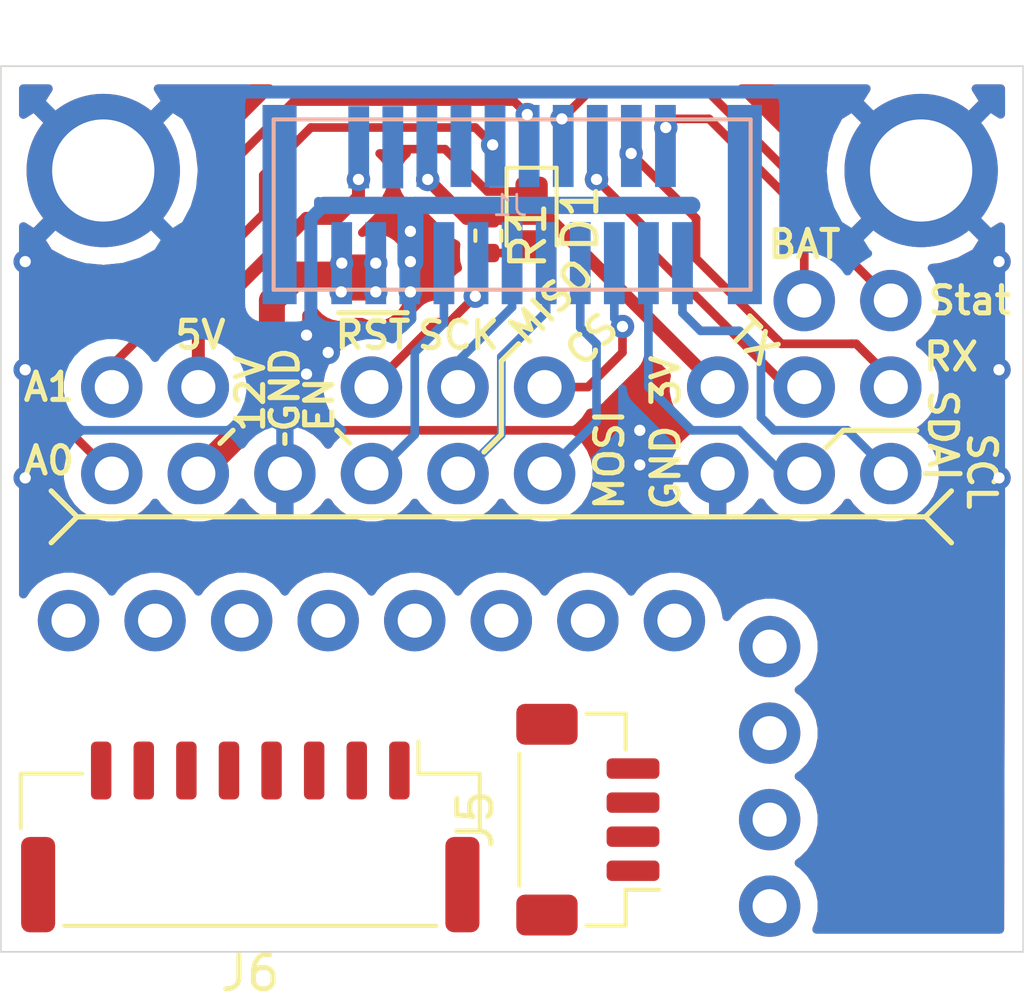
<source format=kicad_pcb>
(kicad_pcb (version 20171130) (host pcbnew "(5.1.10-1-10_14)")

  (general
    (thickness 1.6002)
    (drawings 36)
    (tracks 171)
    (zones 0)
    (modules 28)
    (nets 32)
  )

  (page USLetter)
  (layers
    (0 Front signal)
    (31 Back signal)
    (34 B.Paste user)
    (35 F.Paste user)
    (36 B.SilkS user)
    (37 F.SilkS user)
    (38 B.Mask user)
    (39 F.Mask user)
    (40 Dwgs.User user)
    (41 Cmts.User user)
    (44 Edge.Cuts user)
    (45 Margin user)
    (46 B.CrtYd user)
    (47 F.CrtYd user)
    (48 B.Fab user)
    (49 F.Fab user)
  )

  (setup
    (last_trace_width 0.254)
    (user_trace_width 0.127)
    (user_trace_width 0.254)
    (user_trace_width 0.381)
    (user_trace_width 0.508)
    (user_trace_width 0.762)
    (trace_clearance 0.127)
    (zone_clearance 0.254)
    (zone_45_only no)
    (trace_min 0.0889)
    (via_size 0.6858)
    (via_drill 0.3302)
    (via_min_size 0.45)
    (via_min_drill 0.2)
    (user_via 0.6858 0.3302)
    (user_via 0.889 0.381)
    (uvia_size 0.6858)
    (uvia_drill 0.3302)
    (uvias_allowed no)
    (uvia_min_size 0)
    (uvia_min_drill 0)
    (edge_width 0.0381)
    (segment_width 0.254)
    (pcb_text_width 0.3048)
    (pcb_text_size 1.524 1.524)
    (mod_edge_width 0.1524)
    (mod_text_size 0.8128 0.8128)
    (mod_text_width 0.1524)
    (pad_size 1.524 1.524)
    (pad_drill 0.762)
    (pad_to_mask_clearance 0)
    (solder_mask_min_width 0.1016)
    (aux_axis_origin 0 0)
    (visible_elements FEFFFF7F)
    (pcbplotparams
      (layerselection 0x010fc_ffffffff)
      (usegerberextensions false)
      (usegerberattributes false)
      (usegerberadvancedattributes false)
      (creategerberjobfile false)
      (excludeedgelayer true)
      (linewidth 0.152400)
      (plotframeref false)
      (viasonmask false)
      (mode 1)
      (useauxorigin false)
      (hpglpennumber 1)
      (hpglpenspeed 20)
      (hpglpendiameter 15.000000)
      (psnegative false)
      (psa4output false)
      (plotreference true)
      (plotvalue false)
      (plotinvisibletext false)
      (padsonsilk false)
      (subtractmaskfromsilk true)
      (outputformat 1)
      (mirror false)
      (drillshape 0)
      (scaleselection 1)
      (outputdirectory "./gerbers"))
  )

  (net 0 "")
  (net 1 GND)
  (net 2 /12V)
  (net 3 /3V3)
  (net 4 "Net-(D1-Pad2)")
  (net 5 /~RST)
  (net 6 /SCK)
  (net 7 /MISO)
  (net 8 /MOSI)
  (net 9 /CS)
  (net 10 /SDA)
  (net 11 /SCL)
  (net 12 /5V)
  (net 13 /TX)
  (net 14 /RX)
  (net 15 /EN)
  (net 16 /Status)
  (net 17 /A0)
  (net 18 /A1)
  (net 19 /BAT)
  (net 20 "Net-(J3-Pad1)")
  (net 21 "Net-(J3-Pad2)")
  (net 22 "Net-(J3-Pad3)")
  (net 23 "Net-(J3-Pad4)")
  (net 24 "Net-(J4-Pad8)")
  (net 25 "Net-(J4-Pad7)")
  (net 26 "Net-(J4-Pad6)")
  (net 27 "Net-(J4-Pad1)")
  (net 28 "Net-(J4-Pad2)")
  (net 29 "Net-(J4-Pad3)")
  (net 30 "Net-(J4-Pad4)")
  (net 31 "Net-(J4-Pad5)")

  (net_class Default "This is the default net class."
    (clearance 0.127)
    (trace_width 0.254)
    (via_dia 0.6858)
    (via_drill 0.3302)
    (uvia_dia 0.6858)
    (uvia_drill 0.3302)
    (diff_pair_width 0.1524)
    (diff_pair_gap 0.254)
    (add_net /12V)
    (add_net /3V3)
    (add_net /5V)
    (add_net /A0)
    (add_net /A1)
    (add_net /BAT)
    (add_net /CS)
    (add_net /EN)
    (add_net /MISO)
    (add_net /MOSI)
    (add_net /RX)
    (add_net /SCK)
    (add_net /SCL)
    (add_net /SDA)
    (add_net /Status)
    (add_net /TX)
    (add_net /~RST)
    (add_net GND)
    (add_net "Net-(D1-Pad2)")
    (add_net "Net-(J1-Pad18)")
    (add_net "Net-(J1-Pad20)")
    (add_net "Net-(J3-Pad1)")
    (add_net "Net-(J3-Pad2)")
    (add_net "Net-(J3-Pad3)")
    (add_net "Net-(J3-Pad4)")
    (add_net "Net-(J4-Pad1)")
    (add_net "Net-(J4-Pad2)")
    (add_net "Net-(J4-Pad3)")
    (add_net "Net-(J4-Pad4)")
    (add_net "Net-(J4-Pad5)")
    (add_net "Net-(J4-Pad6)")
    (add_net "Net-(J4-Pad7)")
    (add_net "Net-(J4-Pad8)")
  )

  (module Resistor_SMD:R_0402_1005Metric (layer Front) (tedit 5F68FEEE) (tstamp 616AD6ED)
    (at 106.299 65.913 270)
    (descr "Resistor SMD 0402 (1005 Metric), square (rectangular) end terminal, IPC_7351 nominal, (Body size source: IPC-SM-782 page 72, https://www.pcb-3d.com/wordpress/wp-content/uploads/ipc-sm-782a_amendment_1_and_2.pdf), generated with kicad-footprint-generator")
    (tags resistor)
    (path /60FDFD17)
    (attr smd)
    (fp_text reference R1 (at 0 -1.17 90) (layer F.SilkS)
      (effects (font (size 1 1) (thickness 0.15)))
    )
    (fp_text value 10k (at 0 1.17 90) (layer F.Fab)
      (effects (font (size 1 1) (thickness 0.15)))
    )
    (fp_text user %R (at 0 0 90) (layer F.Fab)
      (effects (font (size 0.26 0.26) (thickness 0.04)))
    )
    (fp_line (start -0.525 0.27) (end -0.525 -0.27) (layer F.Fab) (width 0.1))
    (fp_line (start -0.525 -0.27) (end 0.525 -0.27) (layer F.Fab) (width 0.1))
    (fp_line (start 0.525 -0.27) (end 0.525 0.27) (layer F.Fab) (width 0.1))
    (fp_line (start 0.525 0.27) (end -0.525 0.27) (layer F.Fab) (width 0.1))
    (fp_line (start -0.153641 -0.38) (end 0.153641 -0.38) (layer F.SilkS) (width 0.12))
    (fp_line (start -0.153641 0.38) (end 0.153641 0.38) (layer F.SilkS) (width 0.12))
    (fp_line (start -0.93 0.47) (end -0.93 -0.47) (layer F.CrtYd) (width 0.05))
    (fp_line (start -0.93 -0.47) (end 0.93 -0.47) (layer F.CrtYd) (width 0.05))
    (fp_line (start 0.93 -0.47) (end 0.93 0.47) (layer F.CrtYd) (width 0.05))
    (fp_line (start 0.93 0.47) (end -0.93 0.47) (layer F.CrtYd) (width 0.05))
    (pad 2 smd roundrect (at 0.51 0 270) (size 0.54 0.64) (layers Front F.Paste F.Mask) (roundrect_rratio 0.25)
      (net 4 "Net-(D1-Pad2)"))
    (pad 1 smd roundrect (at -0.51 0 270) (size 0.54 0.64) (layers Front F.Paste F.Mask) (roundrect_rratio 0.25)
      (net 3 /3V3))
    (model ${KISYS3DMOD}/Resistor_SMD.3dshapes/R_0402_1005Metric.wrl
      (at (xyz 0 0 0))
      (scale (xyz 1 1 1))
      (rotate (xyz 0 0 0))
    )
  )

  (module LED_SMD:LED_0603_1608Metric (layer Front) (tedit 5F68FEF1) (tstamp 6169F218)
    (at 107.569 65.405 270)
    (descr "LED SMD 0603 (1608 Metric), square (rectangular) end terminal, IPC_7351 nominal, (Body size source: http://www.tortai-tech.com/upload/download/2011102023233369053.pdf), generated with kicad-footprint-generator")
    (tags LED)
    (path /60FDFD0C)
    (attr smd)
    (fp_text reference D1 (at 0 -1.43 90) (layer F.SilkS)
      (effects (font (size 1 1) (thickness 0.15)))
    )
    (fp_text value D_LED_0603_Red (at 0 1.43 90) (layer F.Fab)
      (effects (font (size 1 1) (thickness 0.15)))
    )
    (fp_text user %R (at 0 0 90) (layer F.Fab)
      (effects (font (size 0.4 0.4) (thickness 0.06)))
    )
    (fp_line (start 0.8 -0.4) (end -0.5 -0.4) (layer F.Fab) (width 0.1))
    (fp_line (start -0.5 -0.4) (end -0.8 -0.1) (layer F.Fab) (width 0.1))
    (fp_line (start -0.8 -0.1) (end -0.8 0.4) (layer F.Fab) (width 0.1))
    (fp_line (start -0.8 0.4) (end 0.8 0.4) (layer F.Fab) (width 0.1))
    (fp_line (start 0.8 0.4) (end 0.8 -0.4) (layer F.Fab) (width 0.1))
    (fp_line (start 0.8 -0.735) (end -1.485 -0.735) (layer F.SilkS) (width 0.12))
    (fp_line (start -1.485 -0.735) (end -1.485 0.735) (layer F.SilkS) (width 0.12))
    (fp_line (start -1.485 0.735) (end 0.8 0.735) (layer F.SilkS) (width 0.12))
    (fp_line (start -1.48 0.73) (end -1.48 -0.73) (layer F.CrtYd) (width 0.05))
    (fp_line (start -1.48 -0.73) (end 1.48 -0.73) (layer F.CrtYd) (width 0.05))
    (fp_line (start 1.48 -0.73) (end 1.48 0.73) (layer F.CrtYd) (width 0.05))
    (fp_line (start 1.48 0.73) (end -1.48 0.73) (layer F.CrtYd) (width 0.05))
    (pad 2 smd roundrect (at 0.7875 0 270) (size 0.875 0.95) (layers Front F.Paste F.Mask) (roundrect_rratio 0.25)
      (net 4 "Net-(D1-Pad2)"))
    (pad 1 smd roundrect (at -0.7875 0 270) (size 0.875 0.95) (layers Front F.Paste F.Mask) (roundrect_rratio 0.25)
      (net 1 GND))
    (model ${KISYS3DMOD}/LED_SMD.3dshapes/LED_0603_1608Metric.wrl
      (at (xyz 0 0 0))
      (scale (xyz 1 1 1))
      (rotate (xyz 0 0 0))
    )
  )

  (module Connector_JST:JST_GH_BM08B-GHS-TBT_1x08-1MP_P1.25mm_Vertical (layer Front) (tedit 5B78AD87) (tstamp 616ABF92)
    (at 99.314 83.566 180)
    (descr "JST GH series connector, BM08B-GHS-TBT (http://www.jst-mfg.com/product/pdf/eng/eGH.pdf), generated with kicad-footprint-generator")
    (tags "connector JST GH side entry")
    (path /616BB016)
    (attr smd)
    (fp_text reference J6 (at 0 -4) (layer F.SilkS)
      (effects (font (size 1 1) (thickness 0.15)))
    )
    (fp_text value Conn_01x08 (at 0 4) (layer F.Fab)
      (effects (font (size 1 1) (thickness 0.15)))
    )
    (fp_text user %R (at 0 -1.5) (layer F.Fab)
      (effects (font (size 1 1) (thickness 0.15)))
    )
    (fp_line (start -6.625 1.75) (end 6.625 1.75) (layer F.Fab) (width 0.1))
    (fp_line (start -6.735 0.26) (end -6.735 1.86) (layer F.SilkS) (width 0.12))
    (fp_line (start -6.735 1.86) (end -4.935 1.86) (layer F.SilkS) (width 0.12))
    (fp_line (start -4.935 1.86) (end -4.935 2.8) (layer F.SilkS) (width 0.12))
    (fp_line (start 6.735 0.26) (end 6.735 1.86) (layer F.SilkS) (width 0.12))
    (fp_line (start 6.735 1.86) (end 4.935 1.86) (layer F.SilkS) (width 0.12))
    (fp_line (start -5.465 -2.61) (end 5.465 -2.61) (layer F.SilkS) (width 0.12))
    (fp_line (start -6.625 -2.5) (end 6.625 -2.5) (layer F.Fab) (width 0.1))
    (fp_line (start -6.625 1.75) (end -6.625 -2.5) (layer F.Fab) (width 0.1))
    (fp_line (start 6.625 1.75) (end 6.625 -2.5) (layer F.Fab) (width 0.1))
    (fp_line (start -4.625 -0.5) (end -4.625 0) (layer F.Fab) (width 0.1))
    (fp_line (start -4.625 0) (end -4.125 0) (layer F.Fab) (width 0.1))
    (fp_line (start -4.125 0) (end -4.125 -0.5) (layer F.Fab) (width 0.1))
    (fp_line (start -4.125 -0.5) (end -4.625 -0.5) (layer F.Fab) (width 0.1))
    (fp_line (start -3.375 -0.5) (end -3.375 0) (layer F.Fab) (width 0.1))
    (fp_line (start -3.375 0) (end -2.875 0) (layer F.Fab) (width 0.1))
    (fp_line (start -2.875 0) (end -2.875 -0.5) (layer F.Fab) (width 0.1))
    (fp_line (start -2.875 -0.5) (end -3.375 -0.5) (layer F.Fab) (width 0.1))
    (fp_line (start -2.125 -0.5) (end -2.125 0) (layer F.Fab) (width 0.1))
    (fp_line (start -2.125 0) (end -1.625 0) (layer F.Fab) (width 0.1))
    (fp_line (start -1.625 0) (end -1.625 -0.5) (layer F.Fab) (width 0.1))
    (fp_line (start -1.625 -0.5) (end -2.125 -0.5) (layer F.Fab) (width 0.1))
    (fp_line (start -0.875 -0.5) (end -0.875 0) (layer F.Fab) (width 0.1))
    (fp_line (start -0.875 0) (end -0.375 0) (layer F.Fab) (width 0.1))
    (fp_line (start -0.375 0) (end -0.375 -0.5) (layer F.Fab) (width 0.1))
    (fp_line (start -0.375 -0.5) (end -0.875 -0.5) (layer F.Fab) (width 0.1))
    (fp_line (start 0.375 -0.5) (end 0.375 0) (layer F.Fab) (width 0.1))
    (fp_line (start 0.375 0) (end 0.875 0) (layer F.Fab) (width 0.1))
    (fp_line (start 0.875 0) (end 0.875 -0.5) (layer F.Fab) (width 0.1))
    (fp_line (start 0.875 -0.5) (end 0.375 -0.5) (layer F.Fab) (width 0.1))
    (fp_line (start 1.625 -0.5) (end 1.625 0) (layer F.Fab) (width 0.1))
    (fp_line (start 1.625 0) (end 2.125 0) (layer F.Fab) (width 0.1))
    (fp_line (start 2.125 0) (end 2.125 -0.5) (layer F.Fab) (width 0.1))
    (fp_line (start 2.125 -0.5) (end 1.625 -0.5) (layer F.Fab) (width 0.1))
    (fp_line (start 2.875 -0.5) (end 2.875 0) (layer F.Fab) (width 0.1))
    (fp_line (start 2.875 0) (end 3.375 0) (layer F.Fab) (width 0.1))
    (fp_line (start 3.375 0) (end 3.375 -0.5) (layer F.Fab) (width 0.1))
    (fp_line (start 3.375 -0.5) (end 2.875 -0.5) (layer F.Fab) (width 0.1))
    (fp_line (start 4.125 -0.5) (end 4.125 0) (layer F.Fab) (width 0.1))
    (fp_line (start 4.125 0) (end 4.625 0) (layer F.Fab) (width 0.1))
    (fp_line (start 4.625 0) (end 4.625 -0.5) (layer F.Fab) (width 0.1))
    (fp_line (start 4.625 -0.5) (end 4.125 -0.5) (layer F.Fab) (width 0.1))
    (fp_line (start -7.22 -3.3) (end -7.22 3.3) (layer F.CrtYd) (width 0.05))
    (fp_line (start -7.22 3.3) (end 7.22 3.3) (layer F.CrtYd) (width 0.05))
    (fp_line (start 7.22 3.3) (end 7.22 -3.3) (layer F.CrtYd) (width 0.05))
    (fp_line (start 7.22 -3.3) (end -7.22 -3.3) (layer F.CrtYd) (width 0.05))
    (fp_line (start -4.875 1.75) (end -4.375 1.042893) (layer F.Fab) (width 0.1))
    (fp_line (start -4.375 1.042893) (end -3.875 1.75) (layer F.Fab) (width 0.1))
    (pad MP smd roundrect (at 6.225 -1.4 180) (size 1 2.8) (layers Front F.Paste F.Mask) (roundrect_rratio 0.25))
    (pad MP smd roundrect (at -6.225 -1.4 180) (size 1 2.8) (layers Front F.Paste F.Mask) (roundrect_rratio 0.25))
    (pad 8 smd roundrect (at 4.375 1.95 180) (size 0.6 1.7) (layers Front F.Paste F.Mask) (roundrect_rratio 0.25)
      (net 27 "Net-(J4-Pad1)"))
    (pad 7 smd roundrect (at 3.125 1.95 180) (size 0.6 1.7) (layers Front F.Paste F.Mask) (roundrect_rratio 0.25)
      (net 28 "Net-(J4-Pad2)"))
    (pad 6 smd roundrect (at 1.875 1.95 180) (size 0.6 1.7) (layers Front F.Paste F.Mask) (roundrect_rratio 0.25)
      (net 29 "Net-(J4-Pad3)"))
    (pad 5 smd roundrect (at 0.625 1.95 180) (size 0.6 1.7) (layers Front F.Paste F.Mask) (roundrect_rratio 0.25)
      (net 30 "Net-(J4-Pad4)"))
    (pad 4 smd roundrect (at -0.625 1.95 180) (size 0.6 1.7) (layers Front F.Paste F.Mask) (roundrect_rratio 0.25)
      (net 31 "Net-(J4-Pad5)"))
    (pad 3 smd roundrect (at -1.875 1.95 180) (size 0.6 1.7) (layers Front F.Paste F.Mask) (roundrect_rratio 0.25)
      (net 26 "Net-(J4-Pad6)"))
    (pad 2 smd roundrect (at -3.125 1.95 180) (size 0.6 1.7) (layers Front F.Paste F.Mask) (roundrect_rratio 0.25)
      (net 25 "Net-(J4-Pad7)"))
    (pad 1 smd roundrect (at -4.375 1.95 180) (size 0.6 1.7) (layers Front F.Paste F.Mask) (roundrect_rratio 0.25)
      (net 24 "Net-(J4-Pad8)"))
    (model ${KISYS3DMOD}/Connector_JST.3dshapes/JST_GH_BM08B-GHS-TBT_1x08-1MP_P1.25mm_Vertical.wrl
      (at (xyz 0 0 0))
      (scale (xyz 1 1 1))
      (rotate (xyz 0 0 0))
    )
  )

  (module ICSL:JST_SH_1x04_1.00mm_Vertical (layer Front) (tedit 616A2D36) (tstamp 616ABF53)
    (at 109.22 83.058 90)
    (descr "JST SH series connector, BM04B-SRSS-TB (http://www.jst-mfg.com/product/pdf/eng/eSH.pdf), generated with kicad-footprint-generator")
    (tags "connector JST SH side entry")
    (path /616E16EF)
    (attr smd)
    (fp_text reference J5 (at 0 -3.3 90) (layer F.SilkS)
      (effects (font (size 1 1) (thickness 0.15)))
    )
    (fp_text value qwiic_vertical (at 0 3.3 90) (layer F.Fab)
      (effects (font (size 1 1) (thickness 0.15)))
    )
    (fp_text user %R (at 0 -0.25 90) (layer F.Fab)
      (effects (font (size 1 1) (thickness 0.15)))
    )
    (fp_line (start -3 1) (end 3 1) (layer F.Fab) (width 0.1))
    (fp_line (start -3.11 -0.04) (end -3.11 1.11) (layer F.SilkS) (width 0.12))
    (fp_line (start -3.11 1.11) (end -2.06 1.11) (layer F.SilkS) (width 0.12))
    (fp_line (start -2.06 1.11) (end -2.06 2.1) (layer F.SilkS) (width 0.12))
    (fp_line (start 3.11 -0.04) (end 3.11 1.11) (layer F.SilkS) (width 0.12))
    (fp_line (start 3.11 1.11) (end 2.06 1.11) (layer F.SilkS) (width 0.12))
    (fp_line (start -1.94 -2.01) (end 1.94 -2.01) (layer F.SilkS) (width 0.12))
    (fp_line (start -3 -1.9) (end 3 -1.9) (layer F.Fab) (width 0.1))
    (fp_line (start -3 1) (end -3 -1.9) (layer F.Fab) (width 0.1))
    (fp_line (start 3 1) (end 3 -1.9) (layer F.Fab) (width 0.1))
    (fp_line (start -1.65 -1.55) (end -1.65 -0.95) (layer F.Fab) (width 0.1))
    (fp_line (start -1.65 -0.95) (end -1.35 -0.95) (layer F.Fab) (width 0.1))
    (fp_line (start -1.35 -0.95) (end -1.35 -1.55) (layer F.Fab) (width 0.1))
    (fp_line (start -1.35 -1.55) (end -1.65 -1.55) (layer F.Fab) (width 0.1))
    (fp_line (start -0.65 -1.55) (end -0.65 -0.95) (layer F.Fab) (width 0.1))
    (fp_line (start -0.65 -0.95) (end -0.35 -0.95) (layer F.Fab) (width 0.1))
    (fp_line (start -0.35 -0.95) (end -0.35 -1.55) (layer F.Fab) (width 0.1))
    (fp_line (start -0.35 -1.55) (end -0.65 -1.55) (layer F.Fab) (width 0.1))
    (fp_line (start 0.35 -1.55) (end 0.35 -0.95) (layer F.Fab) (width 0.1))
    (fp_line (start 0.35 -0.95) (end 0.65 -0.95) (layer F.Fab) (width 0.1))
    (fp_line (start 0.65 -0.95) (end 0.65 -1.55) (layer F.Fab) (width 0.1))
    (fp_line (start 0.65 -1.55) (end 0.35 -1.55) (layer F.Fab) (width 0.1))
    (fp_line (start 1.35 -1.55) (end 1.35 -0.95) (layer F.Fab) (width 0.1))
    (fp_line (start 1.35 -0.95) (end 1.65 -0.95) (layer F.Fab) (width 0.1))
    (fp_line (start 1.65 -0.95) (end 1.65 -1.55) (layer F.Fab) (width 0.1))
    (fp_line (start 1.65 -1.55) (end 1.35 -1.55) (layer F.Fab) (width 0.1))
    (fp_line (start -3.9 -2.6) (end -3.9 2.6) (layer F.CrtYd) (width 0.05))
    (fp_line (start -3.9 2.6) (end 3.9 2.6) (layer F.CrtYd) (width 0.05))
    (fp_line (start 3.9 2.6) (end 3.9 -2.6) (layer F.CrtYd) (width 0.05))
    (fp_line (start 3.9 -2.6) (end -3.9 -2.6) (layer F.CrtYd) (width 0.05))
    (fp_line (start -2 1) (end -1.5 0.292893) (layer F.Fab) (width 0.1))
    (fp_line (start -1.5 0.292893) (end -1 1) (layer F.Fab) (width 0.1))
    (pad MP smd roundrect (at 2.8 -1.2 90) (size 1.2 1.8) (layers Front F.Paste F.Mask) (roundrect_rratio 0.208333))
    (pad MP smd roundrect (at -2.8 -1.2 90) (size 1.2 1.8) (layers Front F.Paste F.Mask) (roundrect_rratio 0.208333))
    (pad 4 smd roundrect (at 1.5 1.325 90) (size 0.6 1.55) (layers Front F.Paste F.Mask) (roundrect_rratio 0.25)
      (net 20 "Net-(J3-Pad1)"))
    (pad 3 smd roundrect (at 0.5 1.325 90) (size 0.6 1.55) (layers Front F.Paste F.Mask) (roundrect_rratio 0.25)
      (net 21 "Net-(J3-Pad2)"))
    (pad 2 smd roundrect (at -0.5 1.325 90) (size 0.6 1.55) (layers Front F.Paste F.Mask) (roundrect_rratio 0.25)
      (net 22 "Net-(J3-Pad3)"))
    (pad 1 smd roundrect (at -1.5 1.325 90) (size 0.6 1.55) (layers Front F.Paste F.Mask) (roundrect_rratio 0.25)
      (net 23 "Net-(J3-Pad4)"))
    (model ${ICSL_LIB}/ICSL.3dshapes/BM04B-SRSS-TB.step
      (offset (xyz 0 1.15 0))
      (scale (xyz 1 1 1))
      (rotate (xyz -90 0 0))
    )
  )

  (module ICSL:PinHeader_1x08_2.54mm_NoSilk (layer Front) (tedit 616A13F4) (tstamp 616ABF28)
    (at 93.98 77.216 90)
    (descr "1x05 Through Hole Header, 2.54mm pitch, no silkscreen")
    (tags "Through hole pin header THT 1x05 2.54mm single row")
    (path /616C98FE)
    (fp_text reference J4 (at 0 -1.778 90) (layer F.SilkS) hide
      (effects (font (size 0.6 0.6) (thickness 0.08)))
    )
    (fp_text value Conn_01x08 (at 1.778 8.89) (layer F.Fab) hide
      (effects (font (size 0.6 0.6) (thickness 0.08)))
    )
    (fp_text user %R (at 0 8.89) (layer F.Fab)
      (effects (font (size 1 1) (thickness 0.15)))
    )
    (fp_line (start -1.27 -0.635) (end -0.635 -1.27) (layer F.Fab) (width 0.1))
    (fp_line (start -1.27 18.415) (end -1.27 -0.635) (layer F.Fab) (width 0.1))
    (fp_line (start -0.635 -1.27) (end 0.635 -1.27) (layer F.Fab) (width 0.1))
    (fp_line (start 1.27 -0.635) (end 0.635 -1.27) (layer F.Fab) (width 0.1))
    (fp_line (start 1.27 18.415) (end 1.27 -0.635) (layer F.Fab) (width 0.1))
    (fp_line (start 1.27 18.415) (end 0.635 19.05) (layer F.Fab) (width 0.1))
    (fp_line (start -1.27 18.415) (end -0.635 19.05) (layer F.Fab) (width 0.1))
    (fp_line (start -0.635 19.05) (end 0.635 19.05) (layer F.Fab) (width 0.1))
    (pad 8 thru_hole oval (at 0 17.78 90) (size 1.8 1.8) (drill 1) (layers *.Cu *.Mask)
      (net 24 "Net-(J4-Pad8)"))
    (pad 7 thru_hole oval (at 0 15.24 90) (size 1.8 1.8) (drill 1) (layers *.Cu *.Mask)
      (net 25 "Net-(J4-Pad7)"))
    (pad 6 thru_hole oval (at 0 12.7 90) (size 1.8 1.8) (drill 1) (layers *.Cu *.Mask)
      (net 26 "Net-(J4-Pad6)"))
    (pad 1 thru_hole oval (at 0 0 90) (size 1.8 1.8) (drill 1) (layers *.Cu *.Mask)
      (net 27 "Net-(J4-Pad1)"))
    (pad 2 thru_hole oval (at 0 2.54 90) (size 1.8 1.8) (drill 1) (layers *.Cu *.Mask)
      (net 28 "Net-(J4-Pad2)"))
    (pad 3 thru_hole oval (at 0 5.08 90) (size 1.8 1.8) (drill 1) (layers *.Cu *.Mask)
      (net 29 "Net-(J4-Pad3)"))
    (pad 4 thru_hole oval (at 0 7.62 90) (size 1.8 1.8) (drill 1) (layers *.Cu *.Mask)
      (net 30 "Net-(J4-Pad4)"))
    (pad 5 thru_hole oval (at 0 10.16 90) (size 1.8 1.8) (drill 1) (layers *.Cu *.Mask)
      (net 31 "Net-(J4-Pad5)"))
  )

  (module ICSL:PinHeader_1x04_2.54mm_NoSilk (layer Front) (tedit 6165B7E5) (tstamp 616ABF13)
    (at 114.554 85.598 180)
    (descr "1x04 Through Hole Header, 2.54mm pitch, no silkscreen")
    (tags "Through hole pin header THT 1x04 2.54mm single row")
    (path /616E5AA6)
    (fp_text reference J3 (at 0 -1.778) (layer F.SilkS) hide
      (effects (font (size 0.6 0.6) (thickness 0.08)))
    )
    (fp_text value Conn_01x04 (at 1.778 3.81 90) (layer F.Fab) hide
      (effects (font (size 0.6 0.6) (thickness 0.08)))
    )
    (fp_text user %R (at 0 5.08 90) (layer F.Fab)
      (effects (font (size 1 1) (thickness 0.15)))
    )
    (fp_line (start -0.635 8.89) (end 0.635 8.89) (layer F.Fab) (width 0.1))
    (fp_line (start -1.27 8.255) (end -0.635 8.89) (layer F.Fab) (width 0.1))
    (fp_line (start 1.27 8.255) (end 0.635 8.89) (layer F.Fab) (width 0.1))
    (fp_line (start 1.27 8.255) (end 1.27 -0.635) (layer F.Fab) (width 0.1))
    (fp_line (start 1.27 -0.635) (end 0.635 -1.27) (layer F.Fab) (width 0.1))
    (fp_line (start -0.635 -1.27) (end 0.635 -1.27) (layer F.Fab) (width 0.1))
    (fp_line (start -1.27 8.255) (end -1.27 -0.635) (layer F.Fab) (width 0.1))
    (fp_line (start -1.27 -0.635) (end -0.635 -1.27) (layer F.Fab) (width 0.1))
    (pad 1 thru_hole oval (at 0 0 180) (size 1.8 1.8) (drill 1) (layers *.Cu *.Mask)
      (net 20 "Net-(J3-Pad1)"))
    (pad 2 thru_hole oval (at 0 2.54 180) (size 1.8 1.8) (drill 1) (layers *.Cu *.Mask)
      (net 21 "Net-(J3-Pad2)"))
    (pad 3 thru_hole oval (at 0 5.08 180) (size 1.8 1.8) (drill 1) (layers *.Cu *.Mask)
      (net 22 "Net-(J3-Pad3)"))
    (pad 4 thru_hole oval (at 0 7.62 180) (size 1.8 1.8) (drill 1) (layers *.Cu *.Mask)
      (net 23 "Net-(J3-Pad4)"))
  )

  (module ICSL:PinHeader_1x01_NoSilk (layer Front) (tedit 6168E9C2) (tstamp 6169EAE2)
    (at 115.57 70.358)
    (descr "1x01 Through Hole Header, no silkscreen")
    (tags "Through hole pin header THT 1x01 single row")
    (path /616B2B22)
    (fp_text reference J21 (at 0 -1.778) (layer F.SilkS) hide
      (effects (font (size 0.6 0.6) (thickness 0.08)))
    )
    (fp_text value Conn_01x01 (at 1.778 0 90) (layer F.Fab) hide
      (effects (font (size 0.6 0.6) (thickness 0.08)))
    )
    (fp_line (start -0.635 1.27) (end 0.635 1.27) (layer F.Fab) (width 0.1))
    (fp_line (start -1.27 0.635) (end -0.635 1.27) (layer F.Fab) (width 0.1))
    (fp_line (start 1.27 0.635) (end 0.635 1.27) (layer F.Fab) (width 0.1))
    (fp_line (start 1.27 0.635) (end 1.27 -0.635) (layer F.Fab) (width 0.1))
    (fp_line (start 1.27 -0.635) (end 0.635 -1.27) (layer F.Fab) (width 0.1))
    (fp_line (start -0.635 -1.27) (end 0.635 -1.27) (layer F.Fab) (width 0.1))
    (fp_line (start -1.27 0.635) (end -1.27 -0.635) (layer F.Fab) (width 0.1))
    (fp_line (start -1.27 -0.635) (end -0.635 -1.27) (layer F.Fab) (width 0.1))
    (fp_text user %R (at 0 0 90) (layer F.Fab)
      (effects (font (size 1 1) (thickness 0.15)))
    )
    (pad 1 thru_hole oval (at 0 0) (size 1.8 1.8) (drill 1) (layers *.Cu *.Mask)
      (net 13 /TX))
  )

  (module ICSL:PinHeader_1x01_NoSilk (layer Front) (tedit 6168E9C2) (tstamp 61696BC0)
    (at 102.87 72.898)
    (descr "1x01 Through Hole Header, no silkscreen")
    (tags "Through hole pin header THT 1x01 single row")
    (path /616CEE4F)
    (fp_text reference J32 (at 0 -1.778) (layer F.SilkS) hide
      (effects (font (size 0.6 0.6) (thickness 0.08)))
    )
    (fp_text value Conn_01x01 (at 1.778 0 90) (layer F.Fab) hide
      (effects (font (size 0.6 0.6) (thickness 0.08)))
    )
    (fp_line (start -0.635 1.27) (end 0.635 1.27) (layer F.Fab) (width 0.1))
    (fp_line (start -1.27 0.635) (end -0.635 1.27) (layer F.Fab) (width 0.1))
    (fp_line (start 1.27 0.635) (end 0.635 1.27) (layer F.Fab) (width 0.1))
    (fp_line (start 1.27 0.635) (end 1.27 -0.635) (layer F.Fab) (width 0.1))
    (fp_line (start 1.27 -0.635) (end 0.635 -1.27) (layer F.Fab) (width 0.1))
    (fp_line (start -0.635 -1.27) (end 0.635 -1.27) (layer F.Fab) (width 0.1))
    (fp_line (start -1.27 0.635) (end -1.27 -0.635) (layer F.Fab) (width 0.1))
    (fp_line (start -1.27 -0.635) (end -0.635 -1.27) (layer F.Fab) (width 0.1))
    (fp_text user %R (at 0 0 90) (layer F.Fab)
      (effects (font (size 1 1) (thickness 0.15)))
    )
    (pad 1 thru_hole oval (at 0 0) (size 1.8 1.8) (drill 1) (layers *.Cu *.Mask)
      (net 15 /EN))
  )

  (module ICSL:PinHeader_1x01_NoSilk (layer Front) (tedit 6168E9C2) (tstamp 61697E4E)
    (at 118.11 67.818)
    (descr "1x01 Through Hole Header, no silkscreen")
    (tags "Through hole pin header THT 1x01 single row")
    (path /616CD327)
    (fp_text reference J31 (at 0 -1.778) (layer F.SilkS) hide
      (effects (font (size 0.6 0.6) (thickness 0.08)))
    )
    (fp_text value Conn_01x01 (at 1.778 0 90) (layer F.Fab) hide
      (effects (font (size 0.6 0.6) (thickness 0.08)))
    )
    (fp_line (start -0.635 1.27) (end 0.635 1.27) (layer F.Fab) (width 0.1))
    (fp_line (start -1.27 0.635) (end -0.635 1.27) (layer F.Fab) (width 0.1))
    (fp_line (start 1.27 0.635) (end 0.635 1.27) (layer F.Fab) (width 0.1))
    (fp_line (start 1.27 0.635) (end 1.27 -0.635) (layer F.Fab) (width 0.1))
    (fp_line (start 1.27 -0.635) (end 0.635 -1.27) (layer F.Fab) (width 0.1))
    (fp_line (start -0.635 -1.27) (end 0.635 -1.27) (layer F.Fab) (width 0.1))
    (fp_line (start -1.27 0.635) (end -1.27 -0.635) (layer F.Fab) (width 0.1))
    (fp_line (start -1.27 -0.635) (end -0.635 -1.27) (layer F.Fab) (width 0.1))
    (fp_text user %R (at 0 0 90) (layer F.Fab)
      (effects (font (size 1 1) (thickness 0.15)))
    )
    (pad 1 thru_hole oval (at 0 0) (size 1.8 1.8) (drill 1) (layers *.Cu *.Mask)
      (net 16 /Status))
  )

  (module ICSL:PinHeader_1x01_NoSilk (layer Front) (tedit 6168E9C2) (tstamp 6169EB24)
    (at 115.57 67.818)
    (descr "1x01 Through Hole Header, no silkscreen")
    (tags "Through hole pin header THT 1x01 single row")
    (path /616CBA12)
    (fp_text reference J30 (at 0 -1.778) (layer F.SilkS) hide
      (effects (font (size 0.6 0.6) (thickness 0.08)))
    )
    (fp_text value Conn_01x01 (at 1.778 0 90) (layer F.Fab) hide
      (effects (font (size 0.6 0.6) (thickness 0.08)))
    )
    (fp_line (start -0.635 1.27) (end 0.635 1.27) (layer F.Fab) (width 0.1))
    (fp_line (start -1.27 0.635) (end -0.635 1.27) (layer F.Fab) (width 0.1))
    (fp_line (start 1.27 0.635) (end 0.635 1.27) (layer F.Fab) (width 0.1))
    (fp_line (start 1.27 0.635) (end 1.27 -0.635) (layer F.Fab) (width 0.1))
    (fp_line (start 1.27 -0.635) (end 0.635 -1.27) (layer F.Fab) (width 0.1))
    (fp_line (start -0.635 -1.27) (end 0.635 -1.27) (layer F.Fab) (width 0.1))
    (fp_line (start -1.27 0.635) (end -1.27 -0.635) (layer F.Fab) (width 0.1))
    (fp_line (start -1.27 -0.635) (end -0.635 -1.27) (layer F.Fab) (width 0.1))
    (fp_text user %R (at 0 0 90) (layer F.Fab)
      (effects (font (size 1 1) (thickness 0.15)))
    )
    (pad 1 thru_hole oval (at 0 0) (size 1.8 1.8) (drill 1) (layers *.Cu *.Mask)
      (net 19 /BAT))
  )

  (module ICSL:PinHeader_1x01_NoSilk (layer Front) (tedit 6168E9C2) (tstamp 61696B96)
    (at 97.79 70.358)
    (descr "1x01 Through Hole Header, no silkscreen")
    (tags "Through hole pin header THT 1x01 single row")
    (path /616C58ED)
    (fp_text reference J29 (at 0 -1.778) (layer F.SilkS) hide
      (effects (font (size 0.6 0.6) (thickness 0.08)))
    )
    (fp_text value Conn_01x01 (at 1.778 0 90) (layer F.Fab) hide
      (effects (font (size 0.6 0.6) (thickness 0.08)))
    )
    (fp_line (start -0.635 1.27) (end 0.635 1.27) (layer F.Fab) (width 0.1))
    (fp_line (start -1.27 0.635) (end -0.635 1.27) (layer F.Fab) (width 0.1))
    (fp_line (start 1.27 0.635) (end 0.635 1.27) (layer F.Fab) (width 0.1))
    (fp_line (start 1.27 0.635) (end 1.27 -0.635) (layer F.Fab) (width 0.1))
    (fp_line (start 1.27 -0.635) (end 0.635 -1.27) (layer F.Fab) (width 0.1))
    (fp_line (start -0.635 -1.27) (end 0.635 -1.27) (layer F.Fab) (width 0.1))
    (fp_line (start -1.27 0.635) (end -1.27 -0.635) (layer F.Fab) (width 0.1))
    (fp_line (start -1.27 -0.635) (end -0.635 -1.27) (layer F.Fab) (width 0.1))
    (fp_text user %R (at 0 0 90) (layer F.Fab)
      (effects (font (size 1 1) (thickness 0.15)))
    )
    (pad 1 thru_hole oval (at 0 0) (size 1.8 1.8) (drill 1) (layers *.Cu *.Mask)
      (net 12 /5V))
  )

  (module ICSL:PinHeader_1x01_NoSilk (layer Front) (tedit 6168E9C2) (tstamp 61696B88)
    (at 102.87 70.358)
    (descr "1x01 Through Hole Header, no silkscreen")
    (tags "Through hole pin header THT 1x01 single row")
    (path /616C58E6)
    (fp_text reference J28 (at 0 -1.778) (layer F.SilkS) hide
      (effects (font (size 0.6 0.6) (thickness 0.08)))
    )
    (fp_text value Conn_01x01 (at 1.778 0 90) (layer F.Fab) hide
      (effects (font (size 0.6 0.6) (thickness 0.08)))
    )
    (fp_line (start -0.635 1.27) (end 0.635 1.27) (layer F.Fab) (width 0.1))
    (fp_line (start -1.27 0.635) (end -0.635 1.27) (layer F.Fab) (width 0.1))
    (fp_line (start 1.27 0.635) (end 0.635 1.27) (layer F.Fab) (width 0.1))
    (fp_line (start 1.27 0.635) (end 1.27 -0.635) (layer F.Fab) (width 0.1))
    (fp_line (start 1.27 -0.635) (end 0.635 -1.27) (layer F.Fab) (width 0.1))
    (fp_line (start -0.635 -1.27) (end 0.635 -1.27) (layer F.Fab) (width 0.1))
    (fp_line (start -1.27 0.635) (end -1.27 -0.635) (layer F.Fab) (width 0.1))
    (fp_line (start -1.27 -0.635) (end -0.635 -1.27) (layer F.Fab) (width 0.1))
    (fp_text user %R (at 0 0 90) (layer F.Fab)
      (effects (font (size 1 1) (thickness 0.15)))
    )
    (pad 1 thru_hole oval (at 0 0) (size 1.8 1.8) (drill 1) (layers *.Cu *.Mask)
      (net 5 /~RST))
  )

  (module ICSL:PinHeader_1x01_NoSilk (layer Front) (tedit 6168E9C2) (tstamp 61696B7A)
    (at 95.25 70.358)
    (descr "1x01 Through Hole Header, no silkscreen")
    (tags "Through hole pin header THT 1x01 single row")
    (path /616BFB55)
    (fp_text reference J27 (at 0 -1.778) (layer F.SilkS) hide
      (effects (font (size 0.6 0.6) (thickness 0.08)))
    )
    (fp_text value Conn_01x01 (at 1.778 0 90) (layer F.Fab) hide
      (effects (font (size 0.6 0.6) (thickness 0.08)))
    )
    (fp_line (start -0.635 1.27) (end 0.635 1.27) (layer F.Fab) (width 0.1))
    (fp_line (start -1.27 0.635) (end -0.635 1.27) (layer F.Fab) (width 0.1))
    (fp_line (start 1.27 0.635) (end 0.635 1.27) (layer F.Fab) (width 0.1))
    (fp_line (start 1.27 0.635) (end 1.27 -0.635) (layer F.Fab) (width 0.1))
    (fp_line (start 1.27 -0.635) (end 0.635 -1.27) (layer F.Fab) (width 0.1))
    (fp_line (start -0.635 -1.27) (end 0.635 -1.27) (layer F.Fab) (width 0.1))
    (fp_line (start -1.27 0.635) (end -1.27 -0.635) (layer F.Fab) (width 0.1))
    (fp_line (start -1.27 -0.635) (end -0.635 -1.27) (layer F.Fab) (width 0.1))
    (fp_text user %R (at 0 0 90) (layer F.Fab)
      (effects (font (size 1 1) (thickness 0.15)))
    )
    (pad 1 thru_hole oval (at 0 0) (size 1.8 1.8) (drill 1) (layers *.Cu *.Mask)
      (net 18 /A1))
  )

  (module ICSL:PinHeader_1x01_NoSilk (layer Front) (tedit 6168E9C2) (tstamp 61697E90)
    (at 95.25 72.898)
    (descr "1x01 Through Hole Header, no silkscreen")
    (tags "Through hole pin header THT 1x01 single row")
    (path /616BFB4E)
    (fp_text reference J26 (at 0 -1.778) (layer F.SilkS) hide
      (effects (font (size 0.6 0.6) (thickness 0.08)))
    )
    (fp_text value Conn_01x01 (at 1.778 0 90) (layer F.Fab) hide
      (effects (font (size 0.6 0.6) (thickness 0.08)))
    )
    (fp_line (start -0.635 1.27) (end 0.635 1.27) (layer F.Fab) (width 0.1))
    (fp_line (start -1.27 0.635) (end -0.635 1.27) (layer F.Fab) (width 0.1))
    (fp_line (start 1.27 0.635) (end 0.635 1.27) (layer F.Fab) (width 0.1))
    (fp_line (start 1.27 0.635) (end 1.27 -0.635) (layer F.Fab) (width 0.1))
    (fp_line (start 1.27 -0.635) (end 0.635 -1.27) (layer F.Fab) (width 0.1))
    (fp_line (start -0.635 -1.27) (end 0.635 -1.27) (layer F.Fab) (width 0.1))
    (fp_line (start -1.27 0.635) (end -1.27 -0.635) (layer F.Fab) (width 0.1))
    (fp_line (start -1.27 -0.635) (end -0.635 -1.27) (layer F.Fab) (width 0.1))
    (fp_text user %R (at 0 0 90) (layer F.Fab)
      (effects (font (size 1 1) (thickness 0.15)))
    )
    (pad 1 thru_hole oval (at 0 0) (size 1.8 1.8) (drill 1) (layers *.Cu *.Mask)
      (net 17 /A0))
  )

  (module ICSL:PinHeader_1x01_NoSilk (layer Front) (tedit 6168E9C2) (tstamp 61696B5E)
    (at 100.33 72.898)
    (descr "1x01 Through Hole Header, no silkscreen")
    (tags "Through hole pin header THT 1x01 single row")
    (path /616B95CD)
    (fp_text reference J25 (at 0 -1.778) (layer F.SilkS) hide
      (effects (font (size 0.6 0.6) (thickness 0.08)))
    )
    (fp_text value Conn_01x01 (at 1.778 0 90) (layer F.Fab) hide
      (effects (font (size 0.6 0.6) (thickness 0.08)))
    )
    (fp_line (start -0.635 1.27) (end 0.635 1.27) (layer F.Fab) (width 0.1))
    (fp_line (start -1.27 0.635) (end -0.635 1.27) (layer F.Fab) (width 0.1))
    (fp_line (start 1.27 0.635) (end 0.635 1.27) (layer F.Fab) (width 0.1))
    (fp_line (start 1.27 0.635) (end 1.27 -0.635) (layer F.Fab) (width 0.1))
    (fp_line (start 1.27 -0.635) (end 0.635 -1.27) (layer F.Fab) (width 0.1))
    (fp_line (start -0.635 -1.27) (end 0.635 -1.27) (layer F.Fab) (width 0.1))
    (fp_line (start -1.27 0.635) (end -1.27 -0.635) (layer F.Fab) (width 0.1))
    (fp_line (start -1.27 -0.635) (end -0.635 -1.27) (layer F.Fab) (width 0.1))
    (fp_text user %R (at 0 0 90) (layer F.Fab)
      (effects (font (size 1 1) (thickness 0.15)))
    )
    (pad 1 thru_hole oval (at 0 0) (size 1.8 1.8) (drill 1) (layers *.Cu *.Mask)
      (net 1 GND))
  )

  (module ICSL:PinHeader_1x01_NoSilk (layer Front) (tedit 6168E9C2) (tstamp 61696B50)
    (at 97.79 72.898)
    (descr "1x01 Through Hole Header, no silkscreen")
    (tags "Through hole pin header THT 1x01 single row")
    (path /616B95C6)
    (fp_text reference J24 (at 0 -1.778) (layer F.SilkS) hide
      (effects (font (size 0.6 0.6) (thickness 0.08)))
    )
    (fp_text value Conn_01x01 (at 1.778 0 90) (layer F.Fab) hide
      (effects (font (size 0.6 0.6) (thickness 0.08)))
    )
    (fp_line (start -0.635 1.27) (end 0.635 1.27) (layer F.Fab) (width 0.1))
    (fp_line (start -1.27 0.635) (end -0.635 1.27) (layer F.Fab) (width 0.1))
    (fp_line (start 1.27 0.635) (end 0.635 1.27) (layer F.Fab) (width 0.1))
    (fp_line (start 1.27 0.635) (end 1.27 -0.635) (layer F.Fab) (width 0.1))
    (fp_line (start 1.27 -0.635) (end 0.635 -1.27) (layer F.Fab) (width 0.1))
    (fp_line (start -0.635 -1.27) (end 0.635 -1.27) (layer F.Fab) (width 0.1))
    (fp_line (start -1.27 0.635) (end -1.27 -0.635) (layer F.Fab) (width 0.1))
    (fp_line (start -1.27 -0.635) (end -0.635 -1.27) (layer F.Fab) (width 0.1))
    (fp_text user %R (at 0 0 90) (layer F.Fab)
      (effects (font (size 1 1) (thickness 0.15)))
    )
    (pad 1 thru_hole oval (at 0 0) (size 1.8 1.8) (drill 1) (layers *.Cu *.Mask)
      (net 2 /12V))
  )

  (module ICSL:PinHeader_1x01_NoSilk (layer Front) (tedit 6168E9C2) (tstamp 61697DE4)
    (at 118.11 70.358 180)
    (descr "1x01 Through Hole Header, no silkscreen")
    (tags "Through hole pin header THT 1x01 single row")
    (path /616B2B29)
    (fp_text reference J22 (at 0 -1.778) (layer F.SilkS) hide
      (effects (font (size 0.6 0.6) (thickness 0.08)))
    )
    (fp_text value Conn_01x01 (at 1.778 0 90) (layer F.Fab) hide
      (effects (font (size 0.6 0.6) (thickness 0.08)))
    )
    (fp_line (start -0.635 1.27) (end 0.635 1.27) (layer F.Fab) (width 0.1))
    (fp_line (start -1.27 0.635) (end -0.635 1.27) (layer F.Fab) (width 0.1))
    (fp_line (start 1.27 0.635) (end 0.635 1.27) (layer F.Fab) (width 0.1))
    (fp_line (start 1.27 0.635) (end 1.27 -0.635) (layer F.Fab) (width 0.1))
    (fp_line (start 1.27 -0.635) (end 0.635 -1.27) (layer F.Fab) (width 0.1))
    (fp_line (start -0.635 -1.27) (end 0.635 -1.27) (layer F.Fab) (width 0.1))
    (fp_line (start -1.27 0.635) (end -1.27 -0.635) (layer F.Fab) (width 0.1))
    (fp_line (start -1.27 -0.635) (end -0.635 -1.27) (layer F.Fab) (width 0.1))
    (fp_text user %R (at 0 0 90) (layer F.Fab)
      (effects (font (size 1 1) (thickness 0.15)))
    )
    (pad 1 thru_hole oval (at 0 0 180) (size 1.8 1.8) (drill 1) (layers *.Cu *.Mask)
      (net 14 /RX))
  )

  (module ICSL:PinHeader_1x01_NoSilk (layer Front) (tedit 6168E9C2) (tstamp 61697D53)
    (at 107.95 72.898)
    (descr "1x01 Through Hole Header, no silkscreen")
    (tags "Through hole pin header THT 1x01 single row")
    (path /616B0904)
    (fp_text reference J19 (at 0 -1.778) (layer F.SilkS) hide
      (effects (font (size 0.6 0.6) (thickness 0.08)))
    )
    (fp_text value Conn_01x01 (at 1.778 0 90) (layer F.Fab) hide
      (effects (font (size 0.6 0.6) (thickness 0.08)))
    )
    (fp_line (start -0.635 1.27) (end 0.635 1.27) (layer F.Fab) (width 0.1))
    (fp_line (start -1.27 0.635) (end -0.635 1.27) (layer F.Fab) (width 0.1))
    (fp_line (start 1.27 0.635) (end 0.635 1.27) (layer F.Fab) (width 0.1))
    (fp_line (start 1.27 0.635) (end 1.27 -0.635) (layer F.Fab) (width 0.1))
    (fp_line (start 1.27 -0.635) (end 0.635 -1.27) (layer F.Fab) (width 0.1))
    (fp_line (start -0.635 -1.27) (end 0.635 -1.27) (layer F.Fab) (width 0.1))
    (fp_line (start -1.27 0.635) (end -1.27 -0.635) (layer F.Fab) (width 0.1))
    (fp_line (start -1.27 -0.635) (end -0.635 -1.27) (layer F.Fab) (width 0.1))
    (fp_text user %R (at 0 0 90) (layer F.Fab)
      (effects (font (size 1 1) (thickness 0.15)))
    )
    (pad 1 thru_hole oval (at 0 0) (size 1.8 1.8) (drill 1) (layers *.Cu *.Mask)
      (net 8 /MOSI))
  )

  (module ICSL:PinHeader_1x01_NoSilk (layer Front) (tedit 6168E9C2) (tstamp 61697D11)
    (at 105.41 72.898)
    (descr "1x01 Through Hole Header, no silkscreen")
    (tags "Through hole pin header THT 1x01 single row")
    (path /616B08FD)
    (fp_text reference J18 (at 0 -1.778) (layer F.SilkS) hide
      (effects (font (size 0.6 0.6) (thickness 0.08)))
    )
    (fp_text value Conn_01x01 (at 1.778 0 90) (layer F.Fab) hide
      (effects (font (size 0.6 0.6) (thickness 0.08)))
    )
    (fp_line (start -0.635 1.27) (end 0.635 1.27) (layer F.Fab) (width 0.1))
    (fp_line (start -1.27 0.635) (end -0.635 1.27) (layer F.Fab) (width 0.1))
    (fp_line (start 1.27 0.635) (end 0.635 1.27) (layer F.Fab) (width 0.1))
    (fp_line (start 1.27 0.635) (end 1.27 -0.635) (layer F.Fab) (width 0.1))
    (fp_line (start 1.27 -0.635) (end 0.635 -1.27) (layer F.Fab) (width 0.1))
    (fp_line (start -0.635 -1.27) (end 0.635 -1.27) (layer F.Fab) (width 0.1))
    (fp_line (start -1.27 0.635) (end -1.27 -0.635) (layer F.Fab) (width 0.1))
    (fp_line (start -1.27 -0.635) (end -0.635 -1.27) (layer F.Fab) (width 0.1))
    (fp_text user %R (at 0 0 90) (layer F.Fab)
      (effects (font (size 1 1) (thickness 0.15)))
    )
    (pad 1 thru_hole oval (at 0 0) (size 1.8 1.8) (drill 1) (layers *.Cu *.Mask)
      (net 7 /MISO))
  )

  (module ICSL:PinHeader_1x01_NoSilk (layer Front) (tedit 6168E9C2) (tstamp 61697D95)
    (at 107.95 70.358)
    (descr "1x01 Through Hole Header, no silkscreen")
    (tags "Through hole pin header THT 1x01 single row")
    (path /616B08F6)
    (fp_text reference J17 (at 0 -1.778) (layer F.SilkS) hide
      (effects (font (size 0.6 0.6) (thickness 0.08)))
    )
    (fp_text value Conn_01x01 (at 1.778 0 90) (layer F.Fab) hide
      (effects (font (size 0.6 0.6) (thickness 0.08)))
    )
    (fp_line (start -0.635 1.27) (end 0.635 1.27) (layer F.Fab) (width 0.1))
    (fp_line (start -1.27 0.635) (end -0.635 1.27) (layer F.Fab) (width 0.1))
    (fp_line (start 1.27 0.635) (end 0.635 1.27) (layer F.Fab) (width 0.1))
    (fp_line (start 1.27 0.635) (end 1.27 -0.635) (layer F.Fab) (width 0.1))
    (fp_line (start 1.27 -0.635) (end 0.635 -1.27) (layer F.Fab) (width 0.1))
    (fp_line (start -0.635 -1.27) (end 0.635 -1.27) (layer F.Fab) (width 0.1))
    (fp_line (start -1.27 0.635) (end -1.27 -0.635) (layer F.Fab) (width 0.1))
    (fp_line (start -1.27 -0.635) (end -0.635 -1.27) (layer F.Fab) (width 0.1))
    (fp_text user %R (at 0 0 90) (layer F.Fab)
      (effects (font (size 1 1) (thickness 0.15)))
    )
    (pad 1 thru_hole oval (at 0 0) (size 1.8 1.8) (drill 1) (layers *.Cu *.Mask)
      (net 9 /CS))
  )

  (module ICSL:PinHeader_1x01_NoSilk (layer Front) (tedit 6168E9C2) (tstamp 61697CCF)
    (at 105.41 70.358)
    (descr "1x01 Through Hole Header, no silkscreen")
    (tags "Through hole pin header THT 1x01 single row")
    (path /616B08EF)
    (fp_text reference J16 (at 0 -1.778) (layer F.SilkS) hide
      (effects (font (size 0.6 0.6) (thickness 0.08)))
    )
    (fp_text value Conn_01x01 (at 1.778 0 90) (layer F.Fab) hide
      (effects (font (size 0.6 0.6) (thickness 0.08)))
    )
    (fp_line (start -0.635 1.27) (end 0.635 1.27) (layer F.Fab) (width 0.1))
    (fp_line (start -1.27 0.635) (end -0.635 1.27) (layer F.Fab) (width 0.1))
    (fp_line (start 1.27 0.635) (end 0.635 1.27) (layer F.Fab) (width 0.1))
    (fp_line (start 1.27 0.635) (end 1.27 -0.635) (layer F.Fab) (width 0.1))
    (fp_line (start 1.27 -0.635) (end 0.635 -1.27) (layer F.Fab) (width 0.1))
    (fp_line (start -0.635 -1.27) (end 0.635 -1.27) (layer F.Fab) (width 0.1))
    (fp_line (start -1.27 0.635) (end -1.27 -0.635) (layer F.Fab) (width 0.1))
    (fp_line (start -1.27 -0.635) (end -0.635 -1.27) (layer F.Fab) (width 0.1))
    (fp_text user %R (at 0 0 90) (layer F.Fab)
      (effects (font (size 1 1) (thickness 0.15)))
    )
    (pad 1 thru_hole oval (at 0 0) (size 1.8 1.8) (drill 1) (layers *.Cu *.Mask)
      (net 6 /SCK))
  )

  (module ICSL:PinHeader_1x01_NoSilk (layer Front) (tedit 6168E9C2) (tstamp 6169786C)
    (at 113.03 72.898)
    (descr "1x01 Through Hole Header, no silkscreen")
    (tags "Through hole pin header THT 1x01 single row")
    (path /616AD360)
    (fp_text reference J15 (at 0 -1.778) (layer F.SilkS) hide
      (effects (font (size 0.6 0.6) (thickness 0.08)))
    )
    (fp_text value Conn_01x01 (at 1.778 0 90) (layer F.Fab) hide
      (effects (font (size 0.6 0.6) (thickness 0.08)))
    )
    (fp_line (start -0.635 1.27) (end 0.635 1.27) (layer F.Fab) (width 0.1))
    (fp_line (start -1.27 0.635) (end -0.635 1.27) (layer F.Fab) (width 0.1))
    (fp_line (start 1.27 0.635) (end 0.635 1.27) (layer F.Fab) (width 0.1))
    (fp_line (start 1.27 0.635) (end 1.27 -0.635) (layer F.Fab) (width 0.1))
    (fp_line (start 1.27 -0.635) (end 0.635 -1.27) (layer F.Fab) (width 0.1))
    (fp_line (start -0.635 -1.27) (end 0.635 -1.27) (layer F.Fab) (width 0.1))
    (fp_line (start -1.27 0.635) (end -1.27 -0.635) (layer F.Fab) (width 0.1))
    (fp_line (start -1.27 -0.635) (end -0.635 -1.27) (layer F.Fab) (width 0.1))
    (fp_text user %R (at 0 0 90) (layer F.Fab)
      (effects (font (size 1 1) (thickness 0.15)))
    )
    (pad 1 thru_hole oval (at 0 0) (size 1.8 1.8) (drill 1) (layers *.Cu *.Mask)
      (net 1 GND))
  )

  (module ICSL:PinHeader_1x01_NoSilk (layer Front) (tedit 6168E9C2) (tstamp 61697756)
    (at 113.03 70.358)
    (descr "1x01 Through Hole Header, no silkscreen")
    (tags "Through hole pin header THT 1x01 single row")
    (path /616AA744)
    (fp_text reference J14 (at 0 -1.778) (layer F.SilkS) hide
      (effects (font (size 0.6 0.6) (thickness 0.08)))
    )
    (fp_text value Conn_01x01 (at 1.778 0 90) (layer F.Fab) hide
      (effects (font (size 0.6 0.6) (thickness 0.08)))
    )
    (fp_line (start -0.635 1.27) (end 0.635 1.27) (layer F.Fab) (width 0.1))
    (fp_line (start -1.27 0.635) (end -0.635 1.27) (layer F.Fab) (width 0.1))
    (fp_line (start 1.27 0.635) (end 0.635 1.27) (layer F.Fab) (width 0.1))
    (fp_line (start 1.27 0.635) (end 1.27 -0.635) (layer F.Fab) (width 0.1))
    (fp_line (start 1.27 -0.635) (end 0.635 -1.27) (layer F.Fab) (width 0.1))
    (fp_line (start -0.635 -1.27) (end 0.635 -1.27) (layer F.Fab) (width 0.1))
    (fp_line (start -1.27 0.635) (end -1.27 -0.635) (layer F.Fab) (width 0.1))
    (fp_line (start -1.27 -0.635) (end -0.635 -1.27) (layer F.Fab) (width 0.1))
    (fp_text user %R (at 0 0 90) (layer F.Fab)
      (effects (font (size 1 1) (thickness 0.15)))
    )
    (pad 1 thru_hole oval (at 0 0) (size 1.8 1.8) (drill 1) (layers *.Cu *.Mask)
      (net 3 /3V3))
  )

  (module ICSL:PinHeader_1x01_NoSilk (layer Front) (tedit 6168E9C2) (tstamp 616976E0)
    (at 115.57 72.898)
    (descr "1x01 Through Hole Header, no silkscreen")
    (tags "Through hole pin header THT 1x01 single row")
    (path /616A9533)
    (fp_text reference J13 (at 0 -1.778) (layer F.SilkS) hide
      (effects (font (size 0.6 0.6) (thickness 0.08)))
    )
    (fp_text value Conn_01x01 (at 1.778 0 90) (layer F.Fab) hide
      (effects (font (size 0.6 0.6) (thickness 0.08)))
    )
    (fp_line (start -0.635 1.27) (end 0.635 1.27) (layer F.Fab) (width 0.1))
    (fp_line (start -1.27 0.635) (end -0.635 1.27) (layer F.Fab) (width 0.1))
    (fp_line (start 1.27 0.635) (end 0.635 1.27) (layer F.Fab) (width 0.1))
    (fp_line (start 1.27 0.635) (end 1.27 -0.635) (layer F.Fab) (width 0.1))
    (fp_line (start 1.27 -0.635) (end 0.635 -1.27) (layer F.Fab) (width 0.1))
    (fp_line (start -0.635 -1.27) (end 0.635 -1.27) (layer F.Fab) (width 0.1))
    (fp_line (start -1.27 0.635) (end -1.27 -0.635) (layer F.Fab) (width 0.1))
    (fp_line (start -1.27 -0.635) (end -0.635 -1.27) (layer F.Fab) (width 0.1))
    (fp_text user %R (at 0 0 90) (layer F.Fab)
      (effects (font (size 1 1) (thickness 0.15)))
    )
    (pad 1 thru_hole oval (at 0 0) (size 1.8 1.8) (drill 1) (layers *.Cu *.Mask)
      (net 10 /SDA))
  )

  (module ICSL:PinHeader_1x01_NoSilk (layer Front) (tedit 6168E9C2) (tstamp 6169ECEC)
    (at 118.11 72.898)
    (descr "1x01 Through Hole Header, no silkscreen")
    (tags "Through hole pin header THT 1x01 single row")
    (path /61692F02)
    (fp_text reference J12 (at 0 -1.778) (layer F.SilkS) hide
      (effects (font (size 0.6 0.6) (thickness 0.08)))
    )
    (fp_text value Conn_01x01 (at 1.778 0 90) (layer F.Fab) hide
      (effects (font (size 0.6 0.6) (thickness 0.08)))
    )
    (fp_line (start -0.635 1.27) (end 0.635 1.27) (layer F.Fab) (width 0.1))
    (fp_line (start -1.27 0.635) (end -0.635 1.27) (layer F.Fab) (width 0.1))
    (fp_line (start 1.27 0.635) (end 0.635 1.27) (layer F.Fab) (width 0.1))
    (fp_line (start 1.27 0.635) (end 1.27 -0.635) (layer F.Fab) (width 0.1))
    (fp_line (start 1.27 -0.635) (end 0.635 -1.27) (layer F.Fab) (width 0.1))
    (fp_line (start -0.635 -1.27) (end 0.635 -1.27) (layer F.Fab) (width 0.1))
    (fp_line (start -1.27 0.635) (end -1.27 -0.635) (layer F.Fab) (width 0.1))
    (fp_line (start -1.27 -0.635) (end -0.635 -1.27) (layer F.Fab) (width 0.1))
    (fp_text user %R (at 0 0 90) (layer F.Fab)
      (effects (font (size 1 1) (thickness 0.15)))
    )
    (pad 1 thru_hole oval (at 0 0) (size 1.8 1.8) (drill 1) (layers *.Cu *.Mask)
      (net 11 /SCL))
  )

  (module ICSL:M1502-B-2545-AL-TOP locked (layer Front) (tedit 6039B41B) (tstamp 60D14A27)
    (at 119 64)
    (path /60436EA7)
    (fp_text reference H2 (at 2 2.25) (layer F.SilkS) hide
      (effects (font (size 0.6 0.6) (thickness 0.08)))
    )
    (fp_text value GND (at 0 2.8) (layer F.Fab) hide
      (effects (font (size 0.6 0.6) (thickness 0.08)))
    )
    (pad 1 thru_hole circle (at 0 0) (size 4.5 4.5) (drill 3) (layers *.Cu *.Mask)
      (net 1 GND))
  )

  (module ICSL:M1502-B-2545-AL-TOP locked (layer Front) (tedit 60D0D390) (tstamp 60CBFE77)
    (at 98.048 66.986)
    (path /60436C55)
    (fp_text reference H1 (at -2.7 -2.1) (layer F.SilkS) hide
      (effects (font (size 0.6 0.6) (thickness 0.08)))
    )
    (fp_text value GND (at 0 2.8) (layer F.Fab) hide
      (effects (font (size 0.6 0.6) (thickness 0.08)))
    )
    (pad 1 thru_hole circle (at -3.048 -2.986) (size 4.5 4.5) (drill 3) (layers *.Cu *.Mask)
      (net 1 GND))
  )

  (module ICSL:Amphenol_91911-31321LF_PLUG locked (layer Back) (tedit 616610AB) (tstamp 60D14781)
    (at 107 65 180)
    (path /608870B5)
    (fp_text reference J1 (at 0.066 -0.024) (layer B.SilkS)
      (effects (font (size 0.6 0.6) (thickness 0.08)) (justify mirror))
    )
    (fp_text value SensorHub_Module_CONN_V1 (at 1.0035 -4) (layer B.SilkS) hide
      (effects (font (size 0.6 0.6) (thickness 0.08)) (justify mirror))
    )
    (fp_line (start 7 2.5) (end -6.9965 2.5) (layer B.SilkS) (width 0.12))
    (fp_line (start 7 -2.5) (end 7 2.5) (layer B.SilkS) (width 0.12))
    (fp_line (start -6.9965 -2.5) (end 7 -2.5) (layer B.SilkS) (width 0.12))
    (fp_line (start -6.9965 2.5) (end -6.9965 -2.5) (layer B.SilkS) (width 0.12))
    (pad 5 smd rect (at 1.0035 -1.72 180) (size 0.61 2.41) (layers Back B.Paste B.Mask)
      (net 5 /~RST))
    (pad 6 smd rect (at 0.0035 -1.72 180) (size 0.61 2.41) (layers Back B.Paste B.Mask)
      (net 6 /SCK))
    (pad 7 smd rect (at -0.9965 -1.72 180) (size 0.61 2.41) (layers Back B.Paste B.Mask)
      (net 7 /MISO))
    (pad 8 smd rect (at -1.9965 -1.72 180) (size 0.61 2.41) (layers Back B.Paste B.Mask)
      (net 8 /MOSI))
    (pad 9 smd rect (at -2.9965 -1.72 180) (size 0.61 2.41) (layers Back B.Paste B.Mask)
      (net 9 /CS))
    (pad 10 smd rect (at -3.9965 -1.72 180) (size 0.61 2.41) (layers Back B.Paste B.Mask)
      (net 10 /SDA))
    (pad 11 smd rect (at -4.9965 -1.72 180) (size 0.61 2.41) (layers Back B.Paste B.Mask)
      (net 11 /SCL))
    (pad 4 smd rect (at 2.0035 -1.72 180) (size 0.61 2.41) (layers Back B.Paste B.Mask)
      (net 15 /EN))
    (pad 3 smd rect (at 3.0035 -1.72 180) (size 0.61 2.41) (layers Back B.Paste B.Mask)
      (net 1 GND))
    (pad 2 smd rect (at 4.0035 -1.72 180) (size 0.61 2.41) (layers Back B.Paste B.Mask)
      (net 2 /12V))
    (pad 1 smd rect (at 5.0035 -1.72 180) (size 0.61 2.41) (layers Back B.Paste B.Mask)
      (net 2 /12V))
    (pad 21 smd rect (at 4.5035 1.68 180) (size 0.61 2.41) (layers Back B.Paste B.Mask)
      (net 12 /5V))
    (pad 20 smd rect (at 3.5035 1.68 180) (size 0.61 2.41) (layers Back B.Paste B.Mask))
    (pad 14 smd rect (at -2.4965 1.72 180) (size 0.61 2.41) (layers Back B.Paste B.Mask)
      (net 13 /TX))
    (pad 15 smd rect (at -1.4965 1.72 180) (size 0.61 2.41) (layers Back B.Paste B.Mask)
      (net 16 /Status))
    (pad 16 smd rect (at -0.4965 1.72 180) (size 0.61 2.41) (layers Back B.Paste B.Mask)
      (net 17 /A0))
    (pad 17 smd rect (at 0.5035 1.72 180) (size 0.61 2.41) (layers Back B.Paste B.Mask)
      (net 18 /A1))
    (pad 18 smd rect (at 1.5035 1.72 180) (size 0.61 2.41) (layers Back B.Paste B.Mask))
    (pad 19 smd rect (at 2.5035 1.72 180) (size 0.61 2.41) (layers Back B.Paste B.Mask)
      (net 3 /3V3))
    (pad 12 smd rect (at -4.4965 1.72 180) (size 0.61 2.41) (layers Back B.Paste B.Mask)
      (net 19 /BAT))
    (pad 13 smd rect (at -3.4965 1.72 180) (size 0.61 2.41) (layers Back B.Paste B.Mask)
      (net 14 /RX))
    (pad "" np_thru_hole circle (at -5.5245 1.1 180) (size 0.76 0.76) (drill 0.76) (layers *.Cu *.Mask))
    (pad "" np_thru_hole circle (at 5.5245 1.1 180) (size 0.76 0.76) (drill 0.76) (layers *.Cu *.Mask))
    (pad "" smd rect (at -6.8265 0 180) (size 1 5.85) (layers Back B.Paste B.Mask))
    (pad "" smd rect (at 6.8265 0 180) (size 1 5.85) (layers Back B.Paste B.Mask))
    (model ${ICSL_LIB}/ICSL.3dshapes/91911-31321LF_PLUG.step
      (offset (xyz 0 0 1.651))
      (scale (xyz 1 1 1))
      (rotate (xyz 0 0 180))
    )
  )

  (gr_text BAT (at 114.427 66.167) (layer F.SilkS) (tstamp 616ACE3A)
    (effects (font (size 0.8 0.8) (thickness 0.15)) (justify left))
  )
  (gr_text Stat (at 119.126 67.818) (layer F.SilkS) (tstamp 616ACCBF)
    (effects (font (size 0.8 0.8) (thickness 0.15)) (justify left))
  )
  (gr_text RX (at 118.999 69.469) (layer F.SilkS) (tstamp 616ACCBF)
    (effects (font (size 0.8 0.8) (thickness 0.15)) (justify left))
  )
  (gr_text TX (at 113.538 68.453 -45) (layer F.SilkS) (tstamp 616ACCBF)
    (effects (font (size 0.8 0.8) (thickness 0.15)) (justify left))
  )
  (gr_text A0 (at 92.583 72.517) (layer F.SilkS) (tstamp 616ACCBF)
    (effects (font (size 0.8 0.8) (thickness 0.15)) (justify left))
  )
  (gr_text A1 (at 92.583 70.358) (layer F.SilkS) (tstamp 616ACCBF)
    (effects (font (size 0.8 0.8) (thickness 0.15)) (justify left))
  )
  (gr_text 5V (at 97.028 68.834) (layer F.SilkS) (tstamp 616ACC9A)
    (effects (font (size 0.8 0.8) (thickness 0.15)) (justify left))
  )
  (gr_line (start 98.806 71.628) (end 98.425 72.009) (layer F.SilkS) (width 0.1524) (tstamp 616ACC87))
  (gr_line (start 102.235 72.009) (end 101.854 71.628) (layer F.SilkS) (width 0.1524))
  (gr_line (start 100.33 72.009) (end 100.33 71.755) (layer F.SilkS) (width 0.1524))
  (gr_text EN (at 101.346 71.755 90) (layer F.SilkS) (tstamp 616ACC4F)
    (effects (font (size 0.8 0.8) (thickness 0.15)) (justify left))
  )
  (gr_text GND (at 100.33 71.755 90) (layer F.SilkS) (tstamp 616ACC4F)
    (effects (font (size 0.8 0.8) (thickness 0.15)) (justify left))
  )
  (gr_text 12V (at 99.314 71.755 90) (layer F.SilkS) (tstamp 616ACBDC)
    (effects (font (size 0.8 0.8) (thickness 0.15)) (justify left))
  )
  (gr_line (start 106.68 69.596) (end 107.188 69.088) (layer F.SilkS) (width 0.1524))
  (gr_line (start 106.68 71.755) (end 106.68 69.596) (layer F.SilkS) (width 0.1524))
  (gr_line (start 106.172 72.263) (end 106.68 71.755) (layer F.SilkS) (width 0.1524))
  (gr_text CS (at 108.712 69.596 45) (layer F.SilkS) (tstamp 616ACBDC)
    (effects (font (size 0.8 0.8) (thickness 0.15)) (justify left))
  )
  (gr_text MISO (at 107.061 68.961 45) (layer F.SilkS) (tstamp 616ACBDC)
    (effects (font (size 0.8 0.8) (thickness 0.15)) (justify left))
  )
  (gr_text SCK (at 104.14 68.834) (layer F.SilkS) (tstamp 616ACBDC)
    (effects (font (size 0.8 0.8) (thickness 0.15)) (justify left))
  )
  (gr_text ~RST (at 101.727 68.834) (layer F.SilkS) (tstamp 616ACBDC)
    (effects (font (size 0.8 0.8) (thickness 0.15)) (justify left))
  )
  (gr_text MOSI (at 109.855 74.041 90) (layer F.SilkS) (tstamp 616ACBD4)
    (effects (font (size 0.8 0.8) (thickness 0.15)) (justify left))
  )
  (gr_line (start 119.126 72.898) (end 120.142 72.898) (layer F.SilkS) (width 0.1524))
  (gr_line (start 116.713 71.628) (end 116.205 72.136) (layer F.SilkS) (width 0.1524))
  (gr_line (start 118.872 71.628) (end 116.713 71.628) (layer F.SilkS) (width 0.1524))
  (gr_text SDA (at 119.634 70.358 -90) (layer F.SilkS) (tstamp 616AC3B6)
    (effects (font (size 0.8 0.8) (thickness 0.15)) (justify left))
  )
  (gr_line (start 119.126 74.168) (end 119.888 74.93) (layer F.SilkS) (width 0.1524))
  (gr_line (start 94.234 74.168) (end 93.472 74.93) (layer F.SilkS) (width 0.1524))
  (gr_line (start 119.126 74.168) (end 119.888 73.406) (layer F.SilkS) (width 0.1524))
  (gr_line (start 94.234 74.168) (end 93.472 73.406) (layer F.SilkS) (width 0.1524))
  (gr_line (start 94.234 74.168) (end 119.126 74.168) (layer F.SilkS) (width 0.1524))
  (gr_text SCL (at 120.777 71.628 -90) (layer F.SilkS) (tstamp 6168072D)
    (effects (font (size 0.8 0.8) (thickness 0.15)) (justify left))
  )
  (gr_text "GND 3V" (at 111.506 74.041 90) (layer F.SilkS) (tstamp 616AC393)
    (effects (font (size 0.8 0.8) (thickness 0.15)) (justify left))
  )
  (gr_line (start 121.995 60.938) (end 91.995 60.938) (layer Edge.Cuts) (width 0.05) (tstamp 60D147C2))
  (gr_line (start 91.995 60.938) (end 91.995 86.938) (layer Edge.Cuts) (width 0.05) (tstamp 60D147C5))
  (gr_line (start 91.995 86.938) (end 121.995 86.938) (layer Edge.Cuts) (width 0.05) (tstamp 60D147C8))
  (gr_line (start 121.995 86.938) (end 121.995 60.938) (layer Edge.Cuts) (width 0.05) (tstamp 60D147CB))

  (segment (start 110.236 71.628) (end 110.236 71.628) (width 0.254) (layer Front) (net 1))
  (segment (start 93.472 71.628) (end 99.187 71.628) (width 0.254) (layer Back) (net 1))
  (via (at 104.013 67.564) (size 0.6858) (drill 0.3302) (layers Front Back) (net 1) (status 30))
  (via (at 104.013 66.675) (size 0.6858) (drill 0.3302) (layers Front Back) (net 1) (status 30))
  (via (at 104.013 65.786) (size 0.6858) (drill 0.3302) (layers Front Back) (net 1) (status 30))
  (segment (start 117.5 62.5) (end 119 64) (width 0.2032) (layer Front) (net 1) (status 30))
  (via (at 100.965 68.834) (size 0.6858) (drill 0.3302) (layers Front Back) (net 1))
  (via (at 101.6 69.342) (size 0.6858) (drill 0.3302) (layers Front Back) (net 1))
  (via (at 100.965 69.977) (size 0.6858) (drill 0.3302) (layers Front Back) (net 1))
  (segment (start 107.569 64.6175) (end 106.2735 64.6175) (width 0.254) (layer Front) (net 1))
  (segment (start 106.2735 64.6175) (end 105.029 63.373) (width 0.254) (layer Front) (net 1))
  (segment (start 105.029 63.373) (end 103.759 63.373) (width 0.254) (layer Front) (net 1))
  (segment (start 103.759 63.373) (end 103.505 63.627) (width 0.254) (layer Front) (net 1))
  (via (at 121.285 73.025) (size 0.6858) (drill 0.3302) (layers Front Back) (net 1))
  (via (at 121.285 69.85) (size 0.6858) (drill 0.3302) (layers Front Back) (net 1))
  (via (at 121.285 66.675) (size 0.6858) (drill 0.3302) (layers Front Back) (net 1))
  (via (at 92.71 73.025) (size 0.6858) (drill 0.3302) (layers Front Back) (net 1))
  (via (at 92.71 69.85) (size 0.6858) (drill 0.3302) (layers Front Back) (net 1))
  (via (at 92.71 66.675) (size 0.6858) (drill 0.3302) (layers Front Back) (net 1))
  (segment (start 104.013 66.675) (end 104.013 65.151) (width 0.762) (layer Back) (net 1))
  (segment (start 103.886 65.024) (end 101.473 65.024) (width 0.508) (layer Back) (net 1))
  (segment (start 104.013 65.151) (end 103.886 65.024) (width 0.508) (layer Back) (net 1))
  (segment (start 104.013 65.151) (end 104.14 65.024) (width 0.508) (layer Back) (net 1))
  (segment (start 104.14 65.024) (end 112.268 65.024) (width 0.508) (layer Back) (net 1))
  (segment (start 101.473 65.024) (end 101.092 65.405) (width 0.381) (layer Back) (net 1))
  (segment (start 101.092 68.707) (end 100.965 68.834) (width 0.381) (layer Back) (net 1))
  (segment (start 101.092 65.405) (end 101.092 68.707) (width 0.381) (layer Back) (net 1))
  (segment (start 103.9965 66.72) (end 103.9965 68.3425) (width 0.381) (layer Back) (net 1))
  (segment (start 103.9965 68.3425) (end 103.759 68.58) (width 0.381) (layer Back) (net 1))
  (segment (start 110.236 71.628) (end 101.6 71.628) (width 0.254) (layer Front) (net 1) (tstamp 616AC44F))
  (via (at 110.744 71.628) (size 0.6858) (drill 0.3302) (layers Front Back) (net 1) (tstamp 616AC455))
  (via (at 110.744 72.644) (size 0.6858) (drill 0.3302) (layers Front Back) (net 1))
  (segment (start 116.696599 61.696599) (end 119 64) (width 0.381) (layer Back) (net 1))
  (segment (start 97.303401 61.696599) (end 116.696599 61.696599) (width 0.381) (layer Back) (net 1))
  (segment (start 95 64) (end 97.303401 61.696599) (width 0.381) (layer Back) (net 1))
  (via (at 102.997 67.564) (size 0.6858) (drill 0.3302) (layers Front Back) (net 2))
  (via (at 101.981 67.564) (size 0.6858) (drill 0.3302) (layers Front Back) (net 2))
  (segment (start 102.9965 66.72) (end 102.9965 66.72) (width 0.4064) (layer Back) (net 2) (status 30))
  (segment (start 101.9995 66.72) (end 101.9965 66.72) (width 0.4064) (layer Back) (net 2) (tstamp 61680625) (status 30))
  (via (at 101.9995 66.72) (size 0.6858) (drill 0.3302) (layers Front Back) (net 2))
  (via (at 102.9965 66.72) (size 0.6858) (drill 0.3302) (layers Front Back) (net 2))
  (segment (start 102.9965 66.72) (end 101.9995 66.72) (width 0.508) (layer Front) (net 2))
  (segment (start 101.9995 67.5455) (end 101.981 67.564) (width 0.508) (layer Front) (net 2))
  (segment (start 101.9995 66.72) (end 101.9995 67.5455) (width 0.508) (layer Front) (net 2))
  (segment (start 102.997 67.564) (end 101.981 67.564) (width 0.508) (layer Front) (net 2))
  (segment (start 102.997 66.7205) (end 102.9965 66.72) (width 0.508) (layer Front) (net 2))
  (segment (start 102.997 67.564) (end 102.997 66.7205) (width 0.508) (layer Front) (net 2))
  (segment (start 102.8435 67.564) (end 101.9995 66.72) (width 0.508) (layer Front) (net 2))
  (segment (start 102.997 67.564) (end 102.8435 67.564) (width 0.508) (layer Front) (net 2))
  (segment (start 102.9965 66.72) (end 102.825 66.72) (width 0.508) (layer Front) (net 2))
  (segment (start 102.489 67.056) (end 101.981 67.564) (width 0.508) (layer Front) (net 2))
  (segment (start 102.825 66.72) (end 102.489 67.056) (width 0.508) (layer Front) (net 2))
  (segment (start 102.489 67.056) (end 100.711 67.056) (width 0.762) (layer Front) (net 2))
  (segment (start 97.79 72.898) (end 99.949 70.739) (width 0.762) (layer Front) (net 2))
  (segment (start 99.949 67.818) (end 99.949 70.739) (width 0.762) (layer Front) (net 2))
  (segment (start 100.711 67.056) (end 99.949 67.818) (width 0.762) (layer Front) (net 2))
  (segment (start 104.4965 63.3485) (end 104.521 63.373) (width 0.127) (layer Back) (net 3))
  (segment (start 104.4965 63.28) (end 104.4965 63.3485) (width 0.127) (layer Back) (net 3))
  (segment (start 104.4965 64.2375) (end 104.521 64.262) (width 0.381) (layer Back) (net 3))
  (via (at 104.521 64.262) (size 0.6858) (drill 0.3302) (layers Front Back) (net 3))
  (segment (start 104.4965 63.28) (end 104.4965 64.2375) (width 0.381) (layer Back) (net 3))
  (segment (start 104.521 64.262) (end 105.664 65.405) (width 0.381) (layer Front) (net 3))
  (segment (start 110.617 67.945) (end 113.03 70.358) (width 0.381) (layer Front) (net 3))
  (segment (start 105.664 65.405) (end 108.077 65.405) (width 0.381) (layer Front) (net 3))
  (segment (start 108.077 65.405) (end 110.617 67.945) (width 0.381) (layer Front) (net 3))
  (segment (start 107.3385 66.423) (end 107.569 66.1925) (width 0.254) (layer Front) (net 4))
  (segment (start 106.299 66.423) (end 107.3385 66.423) (width 0.254) (layer Front) (net 4))
  (via (at 105.918 67.691) (size 0.6858) (drill 0.3302) (layers Front Back) (net 5))
  (segment (start 105.9965 67.6125) (end 105.918 67.691) (width 0.254) (layer Back) (net 5))
  (segment (start 105.9965 66.72) (end 105.9965 67.6125) (width 0.254) (layer Back) (net 5))
  (segment (start 102.87 70.358) (end 104.775 68.453) (width 0.254) (layer Front) (net 5))
  (segment (start 105.156 68.453) (end 105.918 67.691) (width 0.254) (layer Front) (net 5))
  (segment (start 104.775 68.453) (end 105.156 68.453) (width 0.254) (layer Front) (net 5))
  (segment (start 106.9965 66.72) (end 106.9965 68.0095) (width 0.254) (layer Back) (net 6))
  (segment (start 105.41 69.596) (end 105.41 70.358) (width 0.254) (layer Back) (net 6))
  (segment (start 106.9965 68.0095) (end 105.41 69.596) (width 0.254) (layer Back) (net 6))
  (segment (start 107.9965 66.72) (end 107.9965 68.1525) (width 0.254) (layer Back) (net 7))
  (segment (start 107.9965 68.1525) (end 106.68 69.469) (width 0.254) (layer Back) (net 7))
  (segment (start 106.68 69.469) (end 106.68 71.755) (width 0.254) (layer Back) (net 7))
  (segment (start 105.537 72.898) (end 105.41 72.898) (width 0.254) (layer Back) (net 7))
  (segment (start 106.68 71.755) (end 105.537 72.898) (width 0.254) (layer Back) (net 7))
  (segment (start 108.9965 66.72) (end 108.9965 68.6105) (width 0.254) (layer Back) (net 8))
  (segment (start 108.9965 68.6105) (end 109.474 69.088) (width 0.254) (layer Back) (net 8))
  (segment (start 109.474 71.374) (end 107.95 72.898) (width 0.254) (layer Back) (net 8))
  (segment (start 109.474 69.088) (end 109.474 71.374) (width 0.254) (layer Back) (net 8))
  (via (at 110.236 68.58) (size 0.6858) (drill 0.3302) (layers Front Back) (net 9))
  (segment (start 109.9965 68.3405) (end 110.236 68.58) (width 0.254) (layer Back) (net 9))
  (segment (start 109.9965 66.72) (end 109.9965 68.3405) (width 0.254) (layer Back) (net 9))
  (segment (start 109.22 70.358) (end 107.95 70.358) (width 0.254) (layer Front) (net 9))
  (segment (start 110.236 69.342) (end 109.22 70.358) (width 0.254) (layer Front) (net 9))
  (segment (start 110.236 68.58) (end 110.236 69.342) (width 0.254) (layer Front) (net 9))
  (segment (start 114.935 72.898) (end 115.57 72.898) (width 0.254) (layer Back) (net 10))
  (segment (start 113.665 71.628) (end 114.935 72.898) (width 0.254) (layer Back) (net 10))
  (segment (start 113.665 71.628) (end 112.268 71.628) (width 0.254) (layer Back) (net 10))
  (segment (start 110.9965 70.3565) (end 110.9965 66.72) (width 0.254) (layer Back) (net 10))
  (segment (start 112.268 71.628) (end 110.9965 70.3565) (width 0.254) (layer Back) (net 10))
  (segment (start 116.84 71.628) (end 118.11 72.898) (width 0.254) (layer Back) (net 11))
  (segment (start 114.681 71.628) (end 116.84 71.628) (width 0.254) (layer Back) (net 11))
  (segment (start 111.9965 66.72) (end 111.9965 68.179) (width 0.254) (layer Back) (net 11))
  (segment (start 114.3 69.342) (end 114.3 71.247) (width 0.254) (layer Back) (net 11))
  (segment (start 113.665 68.707) (end 114.3 69.342) (width 0.254) (layer Back) (net 11))
  (segment (start 114.3 71.247) (end 114.681 71.628) (width 0.254) (layer Back) (net 11))
  (segment (start 112.5245 68.707) (end 113.665 68.707) (width 0.254) (layer Back) (net 11))
  (segment (start 111.9965 68.179) (end 112.5245 68.707) (width 0.254) (layer Back) (net 11))
  (via (at 102.489 64.262) (size 0.6858) (drill 0.3302) (layers Front Back) (net 12))
  (segment (start 102.4965 64.2545) (end 102.489 64.262) (width 0.381) (layer Back) (net 12))
  (segment (start 102.4965 63.32) (end 102.4965 64.2545) (width 0.381) (layer Back) (net 12))
  (segment (start 102.489 64.262) (end 102.489 64.77) (width 0.381) (layer Front) (net 12))
  (segment (start 102.489 64.77) (end 101.854 65.405) (width 0.381) (layer Front) (net 12))
  (segment (start 101.854 65.405) (end 100.965 65.405) (width 0.381) (layer Front) (net 12))
  (segment (start 97.79 68.58) (end 100.965 65.405) (width 0.381) (layer Front) (net 12))
  (segment (start 97.79 70.358) (end 97.79 68.58) (width 0.381) (layer Front) (net 12))
  (via (at 109.474 64.262) (size 0.6858) (drill 0.3302) (layers Front Back) (net 13))
  (segment (start 109.4965 64.2395) (end 109.474 64.262) (width 0.254) (layer Back) (net 13))
  (segment (start 109.4965 63.28) (end 109.4965 64.2395) (width 0.254) (layer Back) (net 13))
  (segment (start 110.871 65.659) (end 109.474 64.262) (width 0.254) (layer Front) (net 13))
  (segment (start 110.871 66.167) (end 110.871 65.659) (width 0.254) (layer Front) (net 13))
  (segment (start 115.062 70.358) (end 110.871 66.167) (width 0.254) (layer Front) (net 13))
  (segment (start 115.57 70.358) (end 115.062 70.358) (width 0.254) (layer Front) (net 13))
  (via (at 110.49 63.5) (size 0.6858) (drill 0.3302) (layers Front Back) (net 14))
  (segment (start 110.4965 63.4935) (end 110.49 63.5) (width 0.254) (layer Back) (net 14))
  (segment (start 110.4965 63.28) (end 110.4965 63.4935) (width 0.254) (layer Back) (net 14))
  (segment (start 112.395 65.405) (end 110.49 63.5) (width 0.254) (layer Front) (net 14))
  (segment (start 116.955999 69.088) (end 116.967 69.088) (width 0.254) (layer Front) (net 14))
  (segment (start 112.395 66.58292) (end 112.395 65.405) (width 0.254) (layer Front) (net 14))
  (segment (start 116.955999 69.088) (end 114.90008 69.088) (width 0.254) (layer Front) (net 14))
  (segment (start 114.90008 69.088) (end 112.395 66.58292) (width 0.254) (layer Front) (net 14))
  (segment (start 116.955999 69.088) (end 117.094 69.088) (width 0.254) (layer Front) (net 14))
  (segment (start 118.11 70.104) (end 118.11 70.358) (width 0.254) (layer Front) (net 14))
  (segment (start 117.094 69.088) (end 118.11 70.104) (width 0.254) (layer Front) (net 14))
  (segment (start 104.9965 66.72) (end 104.9965 68.4855) (width 0.254) (layer Back) (net 15))
  (segment (start 104.9965 68.4855) (end 104.14 69.342) (width 0.254) (layer Back) (net 15))
  (segment (start 104.14 69.342) (end 104.14 71.755) (width 0.254) (layer Back) (net 15))
  (segment (start 102.997 72.898) (end 102.87 72.898) (width 0.254) (layer Back) (net 15))
  (segment (start 104.14 71.755) (end 102.997 72.898) (width 0.254) (layer Back) (net 15))
  (via (at 108.458 62.484) (size 0.6858) (drill 0.3302) (layers Front Back) (net 16))
  (segment (start 108.4965 62.5225) (end 108.458 62.484) (width 0.254) (layer Back) (net 16))
  (segment (start 108.4965 63.28) (end 108.4965 62.5225) (width 0.254) (layer Back) (net 16))
  (segment (start 116.332 66.04) (end 118.11 67.818) (width 0.254) (layer Front) (net 16))
  (segment (start 116.332 65.278) (end 116.332 66.04) (width 0.254) (layer Front) (net 16))
  (segment (start 109.22 61.722) (end 112.776 61.722) (width 0.254) (layer Front) (net 16))
  (segment (start 112.776 61.722) (end 116.332 65.278) (width 0.254) (layer Front) (net 16))
  (segment (start 108.458 62.484) (end 109.22 61.722) (width 0.254) (layer Front) (net 16))
  (via (at 107.442 62.357) (size 0.6858) (drill 0.3302) (layers Front Back) (net 17))
  (segment (start 107.4965 62.4115) (end 107.442 62.357) (width 0.254) (layer Back) (net 17))
  (segment (start 107.4965 63.28) (end 107.4965 62.4115) (width 0.254) (layer Back) (net 17))
  (segment (start 93.472 71.12) (end 95.25 72.898) (width 0.254) (layer Front) (net 17))
  (segment (start 93.472 69.342) (end 93.472 71.12) (width 0.254) (layer Front) (net 17))
  (segment (start 94.996 68.453) (end 94.361 68.453) (width 0.254) (layer Front) (net 17))
  (segment (start 98.552 64.897) (end 94.996 68.453) (width 0.254) (layer Front) (net 17))
  (segment (start 98.552 64.008) (end 98.552 64.897) (width 0.254) (layer Front) (net 17))
  (segment (start 94.361 68.453) (end 93.472 69.342) (width 0.254) (layer Front) (net 17))
  (segment (start 100.584 61.976) (end 98.552 64.008) (width 0.254) (layer Front) (net 17))
  (segment (start 107.061 61.976) (end 100.584 61.976) (width 0.254) (layer Front) (net 17))
  (segment (start 107.442 62.357) (end 107.061 61.976) (width 0.254) (layer Front) (net 17))
  (via (at 106.426 63.246) (size 0.6858) (drill 0.3302) (layers Front Back) (net 18))
  (segment (start 106.46 63.28) (end 106.426 63.246) (width 0.254) (layer Back) (net 18))
  (segment (start 106.4965 63.28) (end 106.46 63.28) (width 0.254) (layer Back) (net 18))
  (segment (start 99.695 65.278) (end 95.25 69.723) (width 0.254) (layer Front) (net 18))
  (segment (start 95.25 69.723) (end 95.25 70.358) (width 0.254) (layer Front) (net 18))
  (segment (start 101.092 62.738) (end 99.695 64.135) (width 0.254) (layer Front) (net 18))
  (segment (start 99.695 64.135) (end 99.695 65.278) (width 0.254) (layer Front) (net 18))
  (segment (start 105.918 62.738) (end 101.092 62.738) (width 0.254) (layer Front) (net 18))
  (segment (start 106.426 63.246) (end 105.918 62.738) (width 0.254) (layer Front) (net 18))
  (via (at 111.506 62.738) (size 0.6858) (drill 0.3302) (layers Front Back) (net 19))
  (segment (start 111.4965 62.7475) (end 111.506 62.738) (width 0.254) (layer Back) (net 19))
  (segment (start 111.4965 63.28) (end 111.4965 62.7475) (width 0.254) (layer Back) (net 19))
  (segment (start 111.506 62.738) (end 111.76 62.484) (width 0.254) (layer Front) (net 19))
  (segment (start 111.76 62.484) (end 112.776 62.484) (width 0.254) (layer Front) (net 19))
  (segment (start 115.57 65.278) (end 112.776 62.484) (width 0.254) (layer Front) (net 19))
  (segment (start 115.57 67.818) (end 115.57 65.278) (width 0.254) (layer Front) (net 19))

  (zone (net 1) (net_name GND) (layer Back) (tstamp 616AC810) (hatch edge 0.508)
    (priority 1)
    (connect_pads (clearance 0.508))
    (min_thickness 0.254)
    (fill yes (arc_segments 32) (thermal_gap 0.508) (thermal_bridge_width 0.508))
    (polygon
      (pts
        (xy 121.434 86.614) (xy 92.434 86.614) (xy 92.495 61.438) (xy 121.495 61.438)
      )
    )
    (filled_polygon
      (pts
        (xy 93.154265 61.97466) (xy 95 63.820395) (xy 96.845735 61.97466) (xy 96.609436 61.598) (xy 99.253771 61.598)
        (xy 99.222315 61.623815) (xy 99.142963 61.720506) (xy 99.083998 61.83082) (xy 99.047688 61.950518) (xy 99.035428 62.075)
        (xy 99.035428 67.925) (xy 99.047688 68.049482) (xy 99.083998 68.16918) (xy 99.142963 68.279494) (xy 99.222315 68.376185)
        (xy 99.319006 68.455537) (xy 99.42932 68.514502) (xy 99.549018 68.550812) (xy 99.6735 68.563072) (xy 100.6735 68.563072)
        (xy 100.797982 68.550812) (xy 100.91768 68.514502) (xy 101.027994 68.455537) (xy 101.124685 68.376185) (xy 101.1825 68.305737)
        (xy 101.240315 68.376185) (xy 101.337006 68.455537) (xy 101.44732 68.514502) (xy 101.567018 68.550812) (xy 101.6915 68.563072)
        (xy 102.3015 68.563072) (xy 102.425982 68.550812) (xy 102.4965 68.529421) (xy 102.567018 68.550812) (xy 102.6915 68.563072)
        (xy 103.3015 68.563072) (xy 103.425982 68.550812) (xy 103.4965 68.529421) (xy 103.567018 68.550812) (xy 103.6915 68.563072)
        (xy 103.71075 68.56) (xy 103.869498 68.401252) (xy 103.869498 68.534871) (xy 103.627653 68.776716) (xy 103.598578 68.800578)
        (xy 103.542983 68.868322) (xy 103.503355 68.916608) (xy 103.484859 68.951211) (xy 103.317743 68.881989) (xy 103.021184 68.823)
        (xy 102.718816 68.823) (xy 102.422257 68.881989) (xy 102.142905 68.997701) (xy 101.891495 69.165688) (xy 101.677688 69.379495)
        (xy 101.509701 69.630905) (xy 101.393989 69.910257) (xy 101.335 70.206816) (xy 101.335 70.509184) (xy 101.393989 70.805743)
        (xy 101.509701 71.085095) (xy 101.677688 71.336505) (xy 101.891495 71.550312) (xy 102.007763 71.628) (xy 101.891495 71.705688)
        (xy 101.677688 71.919495) (xy 101.596633 72.040802) (xy 101.461649 71.860884) (xy 101.237573 71.660038) (xy 100.97862 71.506766)
        (xy 100.694741 71.406959) (xy 100.457 71.527008) (xy 100.457 72.771) (xy 100.477 72.771) (xy 100.477 73.025)
        (xy 100.457 73.025) (xy 100.457 74.268992) (xy 100.694741 74.389041) (xy 100.97862 74.289234) (xy 101.237573 74.135962)
        (xy 101.461649 73.935116) (xy 101.596633 73.755198) (xy 101.677688 73.876505) (xy 101.891495 74.090312) (xy 102.142905 74.258299)
        (xy 102.422257 74.374011) (xy 102.718816 74.433) (xy 103.021184 74.433) (xy 103.317743 74.374011) (xy 103.597095 74.258299)
        (xy 103.848505 74.090312) (xy 104.062312 73.876505) (xy 104.14 73.760237) (xy 104.217688 73.876505) (xy 104.431495 74.090312)
        (xy 104.682905 74.258299) (xy 104.962257 74.374011) (xy 105.258816 74.433) (xy 105.561184 74.433) (xy 105.857743 74.374011)
        (xy 106.137095 74.258299) (xy 106.388505 74.090312) (xy 106.602312 73.876505) (xy 106.68 73.760237) (xy 106.757688 73.876505)
        (xy 106.971495 74.090312) (xy 107.222905 74.258299) (xy 107.502257 74.374011) (xy 107.798816 74.433) (xy 108.101184 74.433)
        (xy 108.397743 74.374011) (xy 108.677095 74.258299) (xy 108.928505 74.090312) (xy 109.142312 73.876505) (xy 109.310299 73.625095)
        (xy 109.426011 73.345743) (xy 109.442521 73.26274) (xy 111.538964 73.26274) (xy 111.587606 73.423107) (xy 111.717764 73.694414)
        (xy 111.898351 73.935116) (xy 112.122427 74.135962) (xy 112.38138 74.289234) (xy 112.665259 74.389041) (xy 112.903 74.268992)
        (xy 112.903 73.025) (xy 111.659622 73.025) (xy 111.538964 73.26274) (xy 109.442521 73.26274) (xy 109.485 73.049184)
        (xy 109.485 72.746816) (xy 109.434201 72.49143) (xy 109.986352 71.939279) (xy 110.015422 71.915422) (xy 110.110645 71.799392)
        (xy 110.181402 71.667015) (xy 110.224974 71.523378) (xy 110.236 71.411426) (xy 110.236 71.411424) (xy 110.239686 71.374001)
        (xy 110.236 71.336578) (xy 110.236 70.409155) (xy 110.245526 70.505877) (xy 110.289098 70.649514) (xy 110.29823 70.666599)
        (xy 110.359855 70.781892) (xy 110.392449 70.821608) (xy 110.455078 70.897922) (xy 110.484154 70.921784) (xy 111.700319 72.137949)
        (xy 111.587606 72.372893) (xy 111.538964 72.53326) (xy 111.659622 72.771) (xy 112.903 72.771) (xy 112.903 72.751)
        (xy 113.157 72.751) (xy 113.157 72.771) (xy 113.177 72.771) (xy 113.177 73.025) (xy 113.157 73.025)
        (xy 113.157 74.268992) (xy 113.394741 74.389041) (xy 113.67862 74.289234) (xy 113.937573 74.135962) (xy 114.161649 73.935116)
        (xy 114.296633 73.755198) (xy 114.377688 73.876505) (xy 114.591495 74.090312) (xy 114.842905 74.258299) (xy 115.122257 74.374011)
        (xy 115.418816 74.433) (xy 115.721184 74.433) (xy 116.017743 74.374011) (xy 116.297095 74.258299) (xy 116.548505 74.090312)
        (xy 116.762312 73.876505) (xy 116.84 73.760237) (xy 116.917688 73.876505) (xy 117.131495 74.090312) (xy 117.382905 74.258299)
        (xy 117.662257 74.374011) (xy 117.958816 74.433) (xy 118.261184 74.433) (xy 118.557743 74.374011) (xy 118.837095 74.258299)
        (xy 119.088505 74.090312) (xy 119.302312 73.876505) (xy 119.470299 73.625095) (xy 119.586011 73.345743) (xy 119.645 73.049184)
        (xy 119.645 72.746816) (xy 119.586011 72.450257) (xy 119.470299 72.170905) (xy 119.302312 71.919495) (xy 119.088505 71.705688)
        (xy 118.972237 71.628) (xy 119.088505 71.550312) (xy 119.302312 71.336505) (xy 119.470299 71.085095) (xy 119.586011 70.805743)
        (xy 119.645 70.509184) (xy 119.645 70.206816) (xy 119.586011 69.910257) (xy 119.470299 69.630905) (xy 119.302312 69.379495)
        (xy 119.088505 69.165688) (xy 118.972237 69.088) (xy 119.088505 69.010312) (xy 119.302312 68.796505) (xy 119.470299 68.545095)
        (xy 119.586011 68.265743) (xy 119.645 67.969184) (xy 119.645 67.666816) (xy 119.586011 67.370257) (xy 119.470299 67.090905)
        (xy 119.320833 66.867214) (xy 119.578498 66.840652) (xy 120.121566 66.67321) (xy 120.599584 66.417704) (xy 120.845735 66.02534)
        (xy 119 64.179605) (xy 117.154265 66.02534) (xy 117.400416 66.417704) (xy 117.435143 66.436063) (xy 117.382905 66.457701)
        (xy 117.131495 66.625688) (xy 116.917688 66.839495) (xy 116.84 66.955763) (xy 116.762312 66.839495) (xy 116.548505 66.625688)
        (xy 116.297095 66.457701) (xy 116.017743 66.341989) (xy 115.721184 66.283) (xy 115.418816 66.283) (xy 115.122257 66.341989)
        (xy 114.964572 66.407305) (xy 114.964572 64.013199) (xy 116.101072 64.013199) (xy 116.159348 64.578498) (xy 116.32679 65.121566)
        (xy 116.582296 65.599584) (xy 116.97466 65.845735) (xy 118.820395 64) (xy 116.97466 62.154265) (xy 116.582296 62.400416)
        (xy 116.316688 62.902822) (xy 116.154199 63.447393) (xy 116.101072 64.013199) (xy 114.964572 64.013199) (xy 114.964572 62.075)
        (xy 114.952312 61.950518) (xy 114.916002 61.83082) (xy 114.857037 61.720506) (xy 114.777685 61.623815) (xy 114.746229 61.598)
        (xy 117.390564 61.598) (xy 117.154265 61.97466) (xy 119 63.820395) (xy 120.845735 61.97466) (xy 120.609436 61.598)
        (xy 121.335001 61.598) (xy 121.335001 62.348532) (xy 121.02534 62.154265) (xy 119.179605 64) (xy 121.02534 65.845735)
        (xy 121.335001 65.651468) (xy 121.335001 75.057365) (xy 121.307813 86.278) (xy 115.933806 86.278) (xy 116.030011 86.045743)
        (xy 116.089 85.749184) (xy 116.089 85.446816) (xy 116.030011 85.150257) (xy 115.914299 84.870905) (xy 115.746312 84.619495)
        (xy 115.532505 84.405688) (xy 115.416237 84.328) (xy 115.532505 84.250312) (xy 115.746312 84.036505) (xy 115.914299 83.785095)
        (xy 116.030011 83.505743) (xy 116.089 83.209184) (xy 116.089 82.906816) (xy 116.030011 82.610257) (xy 115.914299 82.330905)
        (xy 115.746312 82.079495) (xy 115.532505 81.865688) (xy 115.416237 81.788) (xy 115.532505 81.710312) (xy 115.746312 81.496505)
        (xy 115.914299 81.245095) (xy 116.030011 80.965743) (xy 116.089 80.669184) (xy 116.089 80.366816) (xy 116.030011 80.070257)
        (xy 115.914299 79.790905) (xy 115.746312 79.539495) (xy 115.532505 79.325688) (xy 115.416237 79.248) (xy 115.532505 79.170312)
        (xy 115.746312 78.956505) (xy 115.914299 78.705095) (xy 116.030011 78.425743) (xy 116.089 78.129184) (xy 116.089 77.826816)
        (xy 116.030011 77.530257) (xy 115.914299 77.250905) (xy 115.746312 76.999495) (xy 115.532505 76.785688) (xy 115.281095 76.617701)
        (xy 115.001743 76.501989) (xy 114.705184 76.443) (xy 114.402816 76.443) (xy 114.106257 76.501989) (xy 113.826905 76.617701)
        (xy 113.575495 76.785688) (xy 113.361688 76.999495) (xy 113.295 77.099301) (xy 113.295 77.064816) (xy 113.236011 76.768257)
        (xy 113.120299 76.488905) (xy 112.952312 76.237495) (xy 112.738505 76.023688) (xy 112.487095 75.855701) (xy 112.207743 75.739989)
        (xy 111.911184 75.681) (xy 111.608816 75.681) (xy 111.312257 75.739989) (xy 111.032905 75.855701) (xy 110.781495 76.023688)
        (xy 110.567688 76.237495) (xy 110.49 76.353763) (xy 110.412312 76.237495) (xy 110.198505 76.023688) (xy 109.947095 75.855701)
        (xy 109.667743 75.739989) (xy 109.371184 75.681) (xy 109.068816 75.681) (xy 108.772257 75.739989) (xy 108.492905 75.855701)
        (xy 108.241495 76.023688) (xy 108.027688 76.237495) (xy 107.95 76.353763) (xy 107.872312 76.237495) (xy 107.658505 76.023688)
        (xy 107.407095 75.855701) (xy 107.127743 75.739989) (xy 106.831184 75.681) (xy 106.528816 75.681) (xy 106.232257 75.739989)
        (xy 105.952905 75.855701) (xy 105.701495 76.023688) (xy 105.487688 76.237495) (xy 105.41 76.353763) (xy 105.332312 76.237495)
        (xy 105.118505 76.023688) (xy 104.867095 75.855701) (xy 104.587743 75.739989) (xy 104.291184 75.681) (xy 103.988816 75.681)
        (xy 103.692257 75.739989) (xy 103.412905 75.855701) (xy 103.161495 76.023688) (xy 102.947688 76.237495) (xy 102.87 76.353763)
        (xy 102.792312 76.237495) (xy 102.578505 76.023688) (xy 102.327095 75.855701) (xy 102.047743 75.739989) (xy 101.751184 75.681)
        (xy 101.448816 75.681) (xy 101.152257 75.739989) (xy 100.872905 75.855701) (xy 100.621495 76.023688) (xy 100.407688 76.237495)
        (xy 100.33 76.353763) (xy 100.252312 76.237495) (xy 100.038505 76.023688) (xy 99.787095 75.855701) (xy 99.507743 75.739989)
        (xy 99.211184 75.681) (xy 98.908816 75.681) (xy 98.612257 75.739989) (xy 98.332905 75.855701) (xy 98.081495 76.023688)
        (xy 97.867688 76.237495) (xy 97.79 76.353763) (xy 97.712312 76.237495) (xy 97.498505 76.023688) (xy 97.247095 75.855701)
        (xy 96.967743 75.739989) (xy 96.671184 75.681) (xy 96.368816 75.681) (xy 96.072257 75.739989) (xy 95.792905 75.855701)
        (xy 95.541495 76.023688) (xy 95.327688 76.237495) (xy 95.25 76.353763) (xy 95.172312 76.237495) (xy 94.958505 76.023688)
        (xy 94.707095 75.855701) (xy 94.427743 75.739989) (xy 94.131184 75.681) (xy 93.828816 75.681) (xy 93.532257 75.739989)
        (xy 93.252905 75.855701) (xy 93.001495 76.023688) (xy 92.787688 76.237495) (xy 92.655 76.436076) (xy 92.655 70.206816)
        (xy 93.715 70.206816) (xy 93.715 70.509184) (xy 93.773989 70.805743) (xy 93.889701 71.085095) (xy 94.057688 71.336505)
        (xy 94.271495 71.550312) (xy 94.387763 71.628) (xy 94.271495 71.705688) (xy 94.057688 71.919495) (xy 93.889701 72.170905)
        (xy 93.773989 72.450257) (xy 93.715 72.746816) (xy 93.715 73.049184) (xy 93.773989 73.345743) (xy 93.889701 73.625095)
        (xy 94.057688 73.876505) (xy 94.271495 74.090312) (xy 94.522905 74.258299) (xy 94.802257 74.374011) (xy 95.098816 74.433)
        (xy 95.401184 74.433) (xy 95.697743 74.374011) (xy 95.977095 74.258299) (xy 96.228505 74.090312) (xy 96.442312 73.876505)
        (xy 96.52 73.760237) (xy 96.597688 73.876505) (xy 96.811495 74.090312) (xy 97.062905 74.258299) (xy 97.342257 74.374011)
        (xy 97.638816 74.433) (xy 97.941184 74.433) (xy 98.237743 74.374011) (xy 98.517095 74.258299) (xy 98.768505 74.090312)
        (xy 98.982312 73.876505) (xy 99.063367 73.755198) (xy 99.198351 73.935116) (xy 99.422427 74.135962) (xy 99.68138 74.289234)
        (xy 99.965259 74.389041) (xy 100.203 74.268992) (xy 100.203 73.025) (xy 100.183 73.025) (xy 100.183 72.771)
        (xy 100.203 72.771) (xy 100.203 71.527008) (xy 99.965259 71.406959) (xy 99.68138 71.506766) (xy 99.422427 71.660038)
        (xy 99.198351 71.860884) (xy 99.063367 72.040802) (xy 98.982312 71.919495) (xy 98.768505 71.705688) (xy 98.652237 71.628)
        (xy 98.768505 71.550312) (xy 98.982312 71.336505) (xy 99.150299 71.085095) (xy 99.266011 70.805743) (xy 99.325 70.509184)
        (xy 99.325 70.206816) (xy 99.266011 69.910257) (xy 99.150299 69.630905) (xy 98.982312 69.379495) (xy 98.768505 69.165688)
        (xy 98.517095 68.997701) (xy 98.237743 68.881989) (xy 97.941184 68.823) (xy 97.638816 68.823) (xy 97.342257 68.881989)
        (xy 97.062905 68.997701) (xy 96.811495 69.165688) (xy 96.597688 69.379495) (xy 96.52 69.495763) (xy 96.442312 69.379495)
        (xy 96.228505 69.165688) (xy 95.977095 68.997701) (xy 95.697743 68.881989) (xy 95.401184 68.823) (xy 95.098816 68.823)
        (xy 94.802257 68.881989) (xy 94.522905 68.997701) (xy 94.271495 69.165688) (xy 94.057688 69.379495) (xy 93.889701 69.630905)
        (xy 93.773989 69.910257) (xy 93.715 70.206816) (xy 92.655 70.206816) (xy 92.655 66.02534) (xy 93.154265 66.02534)
        (xy 93.400416 66.417704) (xy 93.902822 66.683312) (xy 94.447393 66.845801) (xy 95.013199 66.898928) (xy 95.578498 66.840652)
        (xy 96.121566 66.67321) (xy 96.599584 66.417704) (xy 96.845735 66.02534) (xy 95 64.179605) (xy 93.154265 66.02534)
        (xy 92.655 66.02534) (xy 92.655 65.645195) (xy 92.97466 65.845735) (xy 94.820395 64) (xy 95.179605 64)
        (xy 97.02534 65.845735) (xy 97.417704 65.599584) (xy 97.683312 65.097178) (xy 97.845801 64.552607) (xy 97.898928 63.986801)
        (xy 97.840652 63.421502) (xy 97.67321 62.878434) (xy 97.417704 62.400416) (xy 97.02534 62.154265) (xy 95.179605 64)
        (xy 94.820395 64) (xy 92.97466 62.154265) (xy 92.655 62.354805) (xy 92.655 61.598) (xy 93.390564 61.598)
      )
    )
    (filled_polygon
      (pts
        (xy 104.053428 66.867) (xy 103.964318 66.867) (xy 103.9744 66.816315) (xy 103.9744 66.623685) (xy 103.964318 66.573)
        (xy 104.053428 66.573)
      )
    )
    (filled_polygon
      (pts
        (xy 101.375531 64.915) (xy 101.481927 64.915) (xy 101.44732 64.925498) (xy 101.337006 64.984463) (xy 101.311572 65.005336)
        (xy 101.311572 64.902278)
      )
    )
  )
  (zone (net 1) (net_name GND) (layer Front) (tstamp 616AC80A) (hatch edge 0.508)
    (priority 1)
    (connect_pads (clearance 0.508))
    (min_thickness 0.254)
    (fill yes (arc_segments 32) (thermal_gap 0.508) (thermal_bridge_width 0.508))
    (polygon
      (pts
        (xy 121.434 86.614) (xy 92.434 86.614) (xy 92.495 61.438) (xy 121.495 61.438)
      )
    )
    (filled_polygon
      (pts
        (xy 93.154265 61.97466) (xy 95 63.820395) (xy 96.845735 61.97466) (xy 96.609436 61.598) (xy 99.884369 61.598)
        (xy 98.039654 63.442716) (xy 98.010578 63.466578) (xy 97.954983 63.534322) (xy 97.915355 63.582608) (xy 97.908029 63.596315)
        (xy 97.866653 63.673724) (xy 97.840652 63.421502) (xy 97.67321 62.878434) (xy 97.417704 62.400416) (xy 97.02534 62.154265)
        (xy 95.179605 64) (xy 95.193748 64.014143) (xy 95.014143 64.193748) (xy 95 64.179605) (xy 93.154265 66.02534)
        (xy 93.400416 66.417704) (xy 93.902822 66.683312) (xy 94.447393 66.845801) (xy 95.013199 66.898928) (xy 95.525226 66.846144)
        (xy 94.68037 67.691) (xy 94.398423 67.691) (xy 94.361 67.687314) (xy 94.323577 67.691) (xy 94.323574 67.691)
        (xy 94.211622 67.702026) (xy 94.067985 67.745598) (xy 94.025889 67.768099) (xy 93.935607 67.816355) (xy 93.867075 67.872598)
        (xy 93.819578 67.911578) (xy 93.795721 67.940649) (xy 92.959653 68.776716) (xy 92.930578 68.800578) (xy 92.874983 68.868322)
        (xy 92.835355 68.916608) (xy 92.809301 68.965352) (xy 92.764598 69.048986) (xy 92.721026 69.192623) (xy 92.710686 69.297608)
        (xy 92.706314 69.342) (xy 92.71 69.379424) (xy 92.710001 71.082567) (xy 92.706314 71.12) (xy 92.721027 71.269378)
        (xy 92.764599 71.413015) (xy 92.835355 71.545392) (xy 92.870208 71.58786) (xy 92.930579 71.661422) (xy 92.959649 71.685279)
        (xy 93.765799 72.491429) (xy 93.715 72.746816) (xy 93.715 73.049184) (xy 93.773989 73.345743) (xy 93.889701 73.625095)
        (xy 94.057688 73.876505) (xy 94.271495 74.090312) (xy 94.522905 74.258299) (xy 94.802257 74.374011) (xy 95.098816 74.433)
        (xy 95.401184 74.433) (xy 95.697743 74.374011) (xy 95.977095 74.258299) (xy 96.228505 74.090312) (xy 96.442312 73.876505)
        (xy 96.52 73.760237) (xy 96.597688 73.876505) (xy 96.811495 74.090312) (xy 97.062905 74.258299) (xy 97.342257 74.374011)
        (xy 97.638816 74.433) (xy 97.941184 74.433) (xy 98.237743 74.374011) (xy 98.517095 74.258299) (xy 98.768505 74.090312)
        (xy 98.982312 73.876505) (xy 99.063367 73.755198) (xy 99.198351 73.935116) (xy 99.422427 74.135962) (xy 99.68138 74.289234)
        (xy 99.965259 74.389041) (xy 100.203 74.268992) (xy 100.203 73.025) (xy 100.183 73.025) (xy 100.183 72.771)
        (xy 100.203 72.771) (xy 100.203 72.751) (xy 100.457 72.751) (xy 100.457 72.771) (xy 100.477 72.771)
        (xy 100.477 73.025) (xy 100.457 73.025) (xy 100.457 74.268992) (xy 100.694741 74.389041) (xy 100.97862 74.289234)
        (xy 101.237573 74.135962) (xy 101.461649 73.935116) (xy 101.596633 73.755198) (xy 101.677688 73.876505) (xy 101.891495 74.090312)
        (xy 102.142905 74.258299) (xy 102.422257 74.374011) (xy 102.718816 74.433) (xy 103.021184 74.433) (xy 103.317743 74.374011)
        (xy 103.597095 74.258299) (xy 103.848505 74.090312) (xy 104.062312 73.876505) (xy 104.14 73.760237) (xy 104.217688 73.876505)
        (xy 104.431495 74.090312) (xy 104.682905 74.258299) (xy 104.962257 74.374011) (xy 105.258816 74.433) (xy 105.561184 74.433)
        (xy 105.857743 74.374011) (xy 106.137095 74.258299) (xy 106.388505 74.090312) (xy 106.602312 73.876505) (xy 106.68 73.760237)
        (xy 106.757688 73.876505) (xy 106.971495 74.090312) (xy 107.222905 74.258299) (xy 107.502257 74.374011) (xy 107.798816 74.433)
        (xy 108.101184 74.433) (xy 108.397743 74.374011) (xy 108.677095 74.258299) (xy 108.928505 74.090312) (xy 109.142312 73.876505)
        (xy 109.310299 73.625095) (xy 109.426011 73.345743) (xy 109.442521 73.26274) (xy 111.538964 73.26274) (xy 111.587606 73.423107)
        (xy 111.717764 73.694414) (xy 111.898351 73.935116) (xy 112.122427 74.135962) (xy 112.38138 74.289234) (xy 112.665259 74.389041)
        (xy 112.903 74.268992) (xy 112.903 73.025) (xy 111.659622 73.025) (xy 111.538964 73.26274) (xy 109.442521 73.26274)
        (xy 109.485 73.049184) (xy 109.485 72.746816) (xy 109.426011 72.450257) (xy 109.310299 72.170905) (xy 109.142312 71.919495)
        (xy 108.928505 71.705688) (xy 108.812237 71.628) (xy 108.928505 71.550312) (xy 109.142312 71.336505) (xy 109.289058 71.116885)
        (xy 109.369378 71.108974) (xy 109.513015 71.065402) (xy 109.645392 70.994645) (xy 109.761422 70.899422) (xy 109.785284 70.870346)
        (xy 110.748351 69.907279) (xy 110.777422 69.883422) (xy 110.808422 69.845648) (xy 110.872645 69.767393) (xy 110.916378 69.685574)
        (xy 110.943402 69.635015) (xy 110.986974 69.491378) (xy 110.987778 69.483211) (xy 111.5309 70.026333) (xy 111.495 70.206816)
        (xy 111.495 70.509184) (xy 111.553989 70.805743) (xy 111.669701 71.085095) (xy 111.837688 71.336505) (xy 112.051495 71.550312)
        (xy 112.171893 71.630759) (xy 112.122427 71.660038) (xy 111.898351 71.860884) (xy 111.717764 72.101586) (xy 111.587606 72.372893)
        (xy 111.538964 72.53326) (xy 111.659622 72.771) (xy 112.903 72.771) (xy 112.903 72.751) (xy 113.157 72.751)
        (xy 113.157 72.771) (xy 113.177 72.771) (xy 113.177 73.025) (xy 113.157 73.025) (xy 113.157 74.268992)
        (xy 113.394741 74.389041) (xy 113.67862 74.289234) (xy 113.937573 74.135962) (xy 114.161649 73.935116) (xy 114.296633 73.755198)
        (xy 114.377688 73.876505) (xy 114.591495 74.090312) (xy 114.842905 74.258299) (xy 115.122257 74.374011) (xy 115.418816 74.433)
        (xy 115.721184 74.433) (xy 116.017743 74.374011) (xy 116.297095 74.258299) (xy 116.548505 74.090312) (xy 116.762312 73.876505)
        (xy 116.84 73.760237) (xy 116.917688 73.876505) (xy 117.131495 74.090312) (xy 117.382905 74.258299) (xy 117.662257 74.374011)
        (xy 117.958816 74.433) (xy 118.261184 74.433) (xy 118.557743 74.374011) (xy 118.837095 74.258299) (xy 119.088505 74.090312)
        (xy 119.302312 73.876505) (xy 119.470299 73.625095) (xy 119.586011 73.345743) (xy 119.645 73.049184) (xy 119.645 72.746816)
        (xy 119.586011 72.450257) (xy 119.470299 72.170905) (xy 119.302312 71.919495) (xy 119.088505 71.705688) (xy 118.972237 71.628)
        (xy 119.088505 71.550312) (xy 119.302312 71.336505) (xy 119.470299 71.085095) (xy 119.586011 70.805743) (xy 119.645 70.509184)
        (xy 119.645 70.206816) (xy 119.586011 69.910257) (xy 119.470299 69.630905) (xy 119.302312 69.379495) (xy 119.088505 69.165688)
        (xy 118.972237 69.088) (xy 119.088505 69.010312) (xy 119.302312 68.796505) (xy 119.470299 68.545095) (xy 119.586011 68.265743)
        (xy 119.645 67.969184) (xy 119.645 67.666816) (xy 119.586011 67.370257) (xy 119.470299 67.090905) (xy 119.320833 66.867214)
        (xy 119.578498 66.840652) (xy 120.121566 66.67321) (xy 120.599584 66.417704) (xy 120.845735 66.02534) (xy 119 64.179605)
        (xy 118.985858 64.193748) (xy 118.806253 64.014143) (xy 118.820395 64) (xy 116.97466 62.154265) (xy 116.582296 62.400416)
        (xy 116.316688 62.902822) (xy 116.154199 63.447393) (xy 116.104828 63.973197) (xy 113.72963 61.598) (xy 117.390564 61.598)
        (xy 117.154265 61.97466) (xy 119 63.820395) (xy 120.845735 61.97466) (xy 120.609436 61.598) (xy 121.335001 61.598)
        (xy 121.335001 62.348532) (xy 121.02534 62.154265) (xy 119.179605 64) (xy 121.02534 65.845735) (xy 121.335001 65.651468)
        (xy 121.335001 75.057365) (xy 121.307813 86.278) (xy 115.933806 86.278) (xy 116.030011 86.045743) (xy 116.089 85.749184)
        (xy 116.089 85.446816) (xy 116.030011 85.150257) (xy 115.914299 84.870905) (xy 115.746312 84.619495) (xy 115.532505 84.405688)
        (xy 115.416237 84.328) (xy 115.532505 84.250312) (xy 115.746312 84.036505) (xy 115.914299 83.785095) (xy 116.030011 83.505743)
        (xy 116.089 83.209184) (xy 116.089 82.906816) (xy 116.030011 82.610257) (xy 115.914299 82.330905) (xy 115.746312 82.079495)
        (xy 115.532505 81.865688) (xy 115.416237 81.788) (xy 115.532505 81.710312) (xy 115.746312 81.496505) (xy 115.914299 81.245095)
        (xy 116.030011 80.965743) (xy 116.089 80.669184) (xy 116.089 80.366816) (xy 116.030011 80.070257) (xy 115.914299 79.790905)
        (xy 115.746312 79.539495) (xy 115.532505 79.325688) (xy 115.416237 79.248) (xy 115.532505 79.170312) (xy 115.746312 78.956505)
        (xy 115.914299 78.705095) (xy 116.030011 78.425743) (xy 116.089 78.129184) (xy 116.089 77.826816) (xy 116.030011 77.530257)
        (xy 115.914299 77.250905) (xy 115.746312 76.999495) (xy 115.532505 76.785688) (xy 115.281095 76.617701) (xy 115.001743 76.501989)
        (xy 114.705184 76.443) (xy 114.402816 76.443) (xy 114.106257 76.501989) (xy 113.826905 76.617701) (xy 113.575495 76.785688)
        (xy 113.361688 76.999495) (xy 113.295 77.099301) (xy 113.295 77.064816) (xy 113.236011 76.768257) (xy 113.120299 76.488905)
        (xy 112.952312 76.237495) (xy 112.738505 76.023688) (xy 112.487095 75.855701) (xy 112.207743 75.739989) (xy 111.911184 75.681)
        (xy 111.608816 75.681) (xy 111.312257 75.739989) (xy 111.032905 75.855701) (xy 110.781495 76.023688) (xy 110.567688 76.237495)
        (xy 110.49 76.353763) (xy 110.412312 76.237495) (xy 110.198505 76.023688) (xy 109.947095 75.855701) (xy 109.667743 75.739989)
        (xy 109.371184 75.681) (xy 109.068816 75.681) (xy 108.772257 75.739989) (xy 108.492905 75.855701) (xy 108.241495 76.023688)
        (xy 108.027688 76.237495) (xy 107.95 76.353763) (xy 107.872312 76.237495) (xy 107.658505 76.023688) (xy 107.407095 75.855701)
        (xy 107.127743 75.739989) (xy 106.831184 75.681) (xy 106.528816 75.681) (xy 106.232257 75.739989) (xy 105.952905 75.855701)
        (xy 105.701495 76.023688) (xy 105.487688 76.237495) (xy 105.41 76.353763) (xy 105.332312 76.237495) (xy 105.118505 76.023688)
        (xy 104.867095 75.855701) (xy 104.587743 75.739989) (xy 104.291184 75.681) (xy 103.988816 75.681) (xy 103.692257 75.739989)
        (xy 103.412905 75.855701) (xy 103.161495 76.023688) (xy 102.947688 76.237495) (xy 102.87 76.353763) (xy 102.792312 76.237495)
        (xy 102.578505 76.023688) (xy 102.327095 75.855701) (xy 102.047743 75.739989) (xy 101.751184 75.681) (xy 101.448816 75.681)
        (xy 101.152257 75.739989) (xy 100.872905 75.855701) (xy 100.621495 76.023688) (xy 100.407688 76.237495) (xy 100.33 76.353763)
        (xy 100.252312 76.237495) (xy 100.038505 76.023688) (xy 99.787095 75.855701) (xy 99.507743 75.739989) (xy 99.211184 75.681)
        (xy 98.908816 75.681) (xy 98.612257 75.739989) (xy 98.332905 75.855701) (xy 98.081495 76.023688) (xy 97.867688 76.237495)
        (xy 97.79 76.353763) (xy 97.712312 76.237495) (xy 97.498505 76.023688) (xy 97.247095 75.855701) (xy 96.967743 75.739989)
        (xy 96.671184 75.681) (xy 96.368816 75.681) (xy 96.072257 75.739989) (xy 95.792905 75.855701) (xy 95.541495 76.023688)
        (xy 95.327688 76.237495) (xy 95.25 76.353763) (xy 95.172312 76.237495) (xy 94.958505 76.023688) (xy 94.707095 75.855701)
        (xy 94.427743 75.739989) (xy 94.131184 75.681) (xy 93.828816 75.681) (xy 93.532257 75.739989) (xy 93.252905 75.855701)
        (xy 93.001495 76.023688) (xy 92.787688 76.237495) (xy 92.655 76.436076) (xy 92.655 65.645195) (xy 92.97466 65.845735)
        (xy 94.820395 64) (xy 92.97466 62.154265) (xy 92.655 62.354805) (xy 92.655 61.598) (xy 93.390564 61.598)
      )
    )
    (filled_polygon
      (pts
        (xy 103.897625 63.502415) (xy 103.761415 63.638625) (xy 103.654396 63.79879) (xy 103.58068 63.976757) (xy 103.5431 64.165685)
        (xy 103.5431 64.358315) (xy 103.58068 64.547243) (xy 103.654396 64.72521) (xy 103.761415 64.885375) (xy 103.897625 65.021585)
        (xy 104.05779 65.128604) (xy 104.235757 65.20232) (xy 104.308322 65.216754) (xy 105.051606 65.960039) (xy 105.077459 65.991541)
        (xy 105.130518 66.035085) (xy 105.203157 66.094699) (xy 105.338422 66.167) (xy 105.346566 66.171353) (xy 105.352247 66.173076)
        (xy 105.340928 66.288) (xy 105.340928 66.558) (xy 105.355782 66.708819) (xy 105.399775 66.853842) (xy 105.402656 66.859231)
        (xy 105.294625 66.931415) (xy 105.158415 67.067625) (xy 105.051396 67.22779) (xy 104.97768 67.405757) (xy 104.940948 67.590422)
        (xy 104.84037 67.691) (xy 104.812423 67.691) (xy 104.775 67.687314) (xy 104.737577 67.691) (xy 104.737574 67.691)
        (xy 104.625622 67.702026) (xy 104.481985 67.745598) (xy 104.439889 67.768099) (xy 104.349607 67.816355) (xy 104.281075 67.872598)
        (xy 104.233578 67.911578) (xy 104.209721 67.940648) (xy 103.27657 68.873799) (xy 103.021184 68.823) (xy 102.718816 68.823)
        (xy 102.422257 68.881989) (xy 102.142905 68.997701) (xy 101.891495 69.165688) (xy 101.677688 69.379495) (xy 101.509701 69.630905)
        (xy 101.393989 69.910257) (xy 101.335 70.206816) (xy 101.335 70.509184) (xy 101.393989 70.805743) (xy 101.509701 71.085095)
        (xy 101.677688 71.336505) (xy 101.891495 71.550312) (xy 102.007763 71.628) (xy 101.891495 71.705688) (xy 101.677688 71.919495)
        (xy 101.596633 72.040802) (xy 101.461649 71.860884) (xy 101.237573 71.660038) (xy 100.97862 71.506766) (xy 100.710588 71.412531)
        (xy 100.79786 71.30619) (xy 100.892202 71.129687) (xy 100.950298 70.938171) (xy 100.965 70.788902) (xy 100.969915 70.739001)
        (xy 100.965 70.689099) (xy 100.965 68.23884) (xy 101.131841 68.072) (xy 101.144324 68.072) (xy 101.221415 68.187375)
        (xy 101.357625 68.323585) (xy 101.51779 68.430604) (xy 101.695757 68.50432) (xy 101.884685 68.5419) (xy 102.077315 68.5419)
        (xy 102.266243 68.50432) (xy 102.390141 68.453) (xy 102.587859 68.453) (xy 102.711757 68.50432) (xy 102.900685 68.5419)
        (xy 103.093315 68.5419) (xy 103.282243 68.50432) (xy 103.46021 68.430604) (xy 103.620375 68.323585) (xy 103.756585 68.187375)
        (xy 103.863604 68.02721) (xy 103.93732 67.849243) (xy 103.9749 67.660315) (xy 103.9749 67.467685) (xy 103.93732 67.278757)
        (xy 103.886 67.154859) (xy 103.886 67.127934) (xy 103.93682 67.005243) (xy 103.9744 66.816315) (xy 103.9744 66.623685)
        (xy 103.93682 66.434757) (xy 103.863104 66.25679) (xy 103.756085 66.096625) (xy 103.619875 65.960415) (xy 103.45971 65.853396)
        (xy 103.281743 65.77968) (xy 103.092815 65.7421) (xy 102.900185 65.7421) (xy 102.711257 65.77968) (xy 102.601141 65.825291)
        (xy 103.044044 65.38239) (xy 103.075541 65.356541) (xy 103.101389 65.325045) (xy 103.101392 65.325042) (xy 103.178699 65.230843)
        (xy 103.255353 65.087434) (xy 103.28643 64.984985) (xy 103.302556 64.931826) (xy 103.3145 64.810553) (xy 103.3145 64.810551)
        (xy 103.317252 64.782607) (xy 103.355604 64.72521) (xy 103.42932 64.547243) (xy 103.4669 64.358315) (xy 103.4669 64.165685)
        (xy 103.42932 63.976757) (xy 103.355604 63.79879) (xy 103.248585 63.638625) (xy 103.112375 63.502415) (xy 103.108761 63.5)
        (xy 103.901239 63.5)
      )
    )
  )
)

</source>
